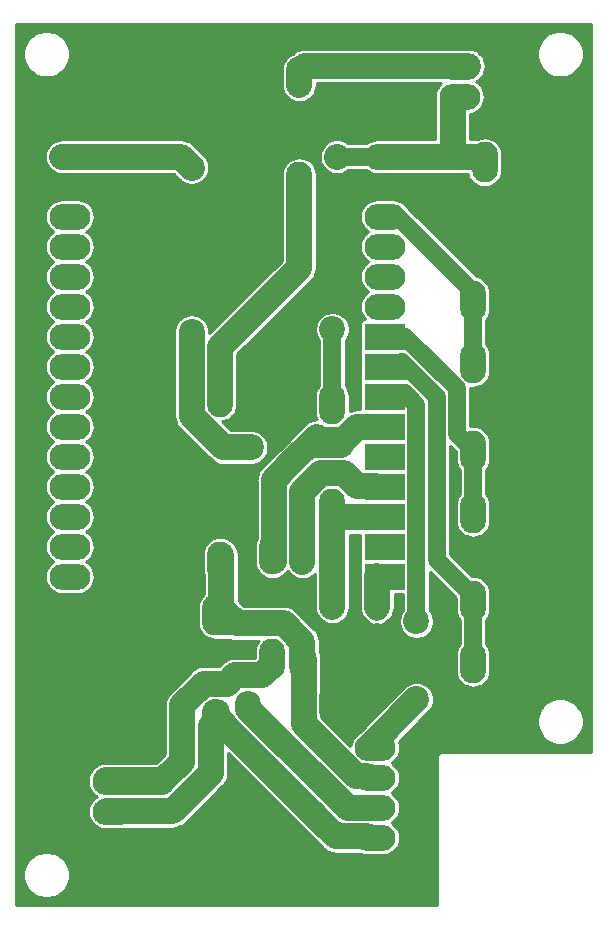
<source format=gbr>
%TF.GenerationSoftware,KiCad,Pcbnew,(5.1.6)-1*%
%TF.CreationDate,2024-10-21T11:16:37-05:00*%
%TF.ProjectId,board3,626f6172-6433-42e6-9b69-6361645f7063,rev?*%
%TF.SameCoordinates,PX3473bc0PY7270e00*%
%TF.FileFunction,Copper,L2,Bot*%
%TF.FilePolarity,Positive*%
%FSLAX46Y46*%
G04 Gerber Fmt 4.6, Leading zero omitted, Abs format (unit mm)*
G04 Created by KiCad (PCBNEW (5.1.6)-1) date 2024-10-21 11:16:37*
%MOMM*%
%LPD*%
G01*
G04 APERTURE LIST*
%TA.AperFunction,ComponentPad*%
%ADD10O,2.200000X3.470000*%
%TD*%
%TA.AperFunction,ComponentPad*%
%ADD11O,3.470000X2.200000*%
%TD*%
%TA.AperFunction,ComponentPad*%
%ADD12R,3.470000X2.200000*%
%TD*%
%TA.AperFunction,ComponentPad*%
%ADD13O,1.900000X3.200000*%
%TD*%
%TA.AperFunction,ComponentPad*%
%ADD14C,2.200000*%
%TD*%
%TA.AperFunction,ViaPad*%
%ADD15C,2.200000*%
%TD*%
%TA.AperFunction,Conductor*%
%ADD16C,2.200000*%
%TD*%
%TA.AperFunction,Conductor*%
%ADD17C,1.500000*%
%TD*%
%TA.AperFunction,Conductor*%
%ADD18C,0.250000*%
%TD*%
G04 APERTURE END LIST*
D10*
%TO.P,C1,1*%
%TO.N,+5V*%
X40100000Y63335000D03*
%TO.P,C1,2*%
%TO.N,GND*%
X40100000Y58365000D03*
%TD*%
%TO.P,D1,1*%
%TO.N,Net-(D1-Pad1)*%
X24400000Y70535000D03*
%TO.P,D1,2*%
%TO.N,Net-(D1-Pad2)*%
X24400000Y61645000D03*
%TD*%
D11*
%TO.P,J1,1*%
%TO.N,Net-(D1-Pad1)*%
X37995000Y71430000D03*
%TO.P,J1,2*%
%TO.N,+5V*%
X37995000Y68890000D03*
%TD*%
D10*
%TO.P,R1,1*%
%TO.N,S_12V*%
X24660000Y30155000D03*
%TO.P,R1,2*%
%TO.N,+12V*%
X24660000Y21265000D03*
%TD*%
%TO.P,R2,1*%
%TO.N,S_5V*%
X27200000Y33965000D03*
%TO.P,R2,2*%
%TO.N,+5V*%
X27200000Y42855000D03*
%TD*%
%TO.P,R3,1*%
%TO.N,GND*%
X24660000Y42855000D03*
%TO.P,R3,2*%
%TO.N,S_12V*%
X24660000Y33965000D03*
%TD*%
%TO.P,R4,2*%
%TO.N,S_5V*%
X27200000Y26345000D03*
%TO.P,R4,1*%
%TO.N,GND*%
X27200000Y17455000D03*
%TD*%
%TO.P,SW1,2*%
%TO.N,BUTTON1*%
X39110000Y26195000D03*
%TO.P,SW1,1*%
%TO.N,GND*%
X43610000Y26195000D03*
%TO.P,SW1,2*%
%TO.N,BUTTON1*%
X39110000Y20965000D03*
%TO.P,SW1,1*%
%TO.N,GND*%
X43610000Y20965000D03*
%TD*%
%TO.P,SW2,1*%
%TO.N,GND*%
X43610000Y33665000D03*
%TO.P,SW2,2*%
%TO.N,BUTTON2*%
X39110000Y33665000D03*
%TO.P,SW2,1*%
%TO.N,GND*%
X43610000Y38895000D03*
%TO.P,SW2,2*%
%TO.N,BUTTON2*%
X39110000Y38895000D03*
%TD*%
%TO.P,SW3,2*%
%TO.N,BUTTON3*%
X39110000Y51595000D03*
%TO.P,SW3,1*%
%TO.N,GND*%
X43610000Y51595000D03*
%TO.P,SW3,2*%
%TO.N,BUTTON3*%
X39110000Y46365000D03*
%TO.P,SW3,1*%
%TO.N,GND*%
X43610000Y46365000D03*
%TD*%
D11*
%TO.P,U1,1*%
%TO.N,+5V*%
X31645000Y63810000D03*
%TO.P,U1,2*%
%TO.N,GND*%
X31645000Y61270000D03*
%TO.P,U1,3*%
%TO.N,BUTTON3*%
X31645000Y58730000D03*
%TO.P,U1,4*%
%TO.N,Net-(U1-Pad4)*%
X31645000Y56190000D03*
%TO.P,U1,5*%
%TO.N,Net-(U1-Pad5)*%
X31645000Y53650000D03*
%TO.P,U1,6*%
%TO.N,Net-(U1-Pad6)*%
X31645000Y51110000D03*
D12*
%TO.P,U1,7*%
%TO.N,BUTTON2*%
X31645000Y48570000D03*
%TO.P,U1,8*%
%TO.N,BUTTON1*%
X31645000Y46030000D03*
%TO.P,U1,9*%
%TO.N,ONE_WIRE*%
X31645000Y43490000D03*
%TO.P,U1,10*%
%TO.N,RELAY*%
X31645000Y40950000D03*
%TO.P,U1,11*%
%TO.N,Net-(U1-Pad11)*%
X31645000Y38410000D03*
%TO.P,U1,12*%
%TO.N,S_12V*%
X31645000Y35870000D03*
%TO.P,U1,13*%
%TO.N,S_5V*%
X31645000Y33330000D03*
%TO.P,U1,14*%
%TO.N,Net-(U1-Pad14)*%
X31645000Y30790000D03*
%TO.P,U1,15*%
%TO.N,Net-(C2-Pad1)*%
X31645000Y28250000D03*
D11*
%TO.P,U1,16*%
%TO.N,Net-(U1-Pad16)*%
X4975000Y28250000D03*
%TO.P,U1,17*%
%TO.N,SCL*%
X4975000Y30790000D03*
%TO.P,U1,18*%
%TO.N,Net-(U1-Pad18)*%
X4975000Y33330000D03*
%TO.P,U1,19*%
%TO.N,Net-(U1-Pad19)*%
X4975000Y35870000D03*
%TO.P,U1,20*%
%TO.N,SDA*%
X4975000Y38410000D03*
%TO.P,U1,21*%
%TO.N,Net-(U1-Pad21)*%
X4975000Y40950000D03*
%TO.P,U1,22*%
%TO.N,Net-(U1-Pad22)*%
X4975000Y43490000D03*
%TO.P,U1,23*%
%TO.N,Net-(U1-Pad23)*%
X4975000Y46030000D03*
%TO.P,U1,24*%
%TO.N,Net-(U1-Pad24)*%
X4975000Y48570000D03*
%TO.P,U1,25*%
%TO.N,Net-(U1-Pad25)*%
X4975000Y51110000D03*
%TO.P,U1,26*%
%TO.N,Net-(U1-Pad26)*%
X4975000Y53650000D03*
%TO.P,U1,27*%
%TO.N,ONBOARD_LED*%
X4975000Y56190000D03*
%TO.P,U1,28*%
%TO.N,Net-(U1-Pad28)*%
X4975000Y58730000D03*
%TO.P,U1,29*%
%TO.N,GND*%
X4975000Y61270000D03*
%TO.P,U1,30*%
%TO.N,+3V3*%
X4975000Y63810000D03*
%TD*%
D13*
%TO.P,C2,1*%
%TO.N,Net-(C2-Pad1)*%
X31000000Y26150000D03*
%TO.P,C2,2*%
%TO.N,GND*%
X31000000Y22750000D03*
%TD*%
D10*
%TO.P,D2,1*%
%TO.N,+12V*%
X17300000Y25035000D03*
%TO.P,D2,2*%
%TO.N,FAN-*%
X17300000Y16145000D03*
%TD*%
%TO.P,M1,1*%
%TO.N,GND*%
X8200000Y29535000D03*
%TO.P,M1,2*%
X8200000Y43505000D03*
%TO.P,M1,3*%
%TO.N,Net-(D1-Pad2)*%
X17700000Y43505000D03*
%TO.P,M1,4*%
%TO.N,+12V*%
X17700000Y29535000D03*
%TD*%
%TO.P,R5,1*%
%TO.N,RELAY*%
X22120000Y30155000D03*
%TO.P,R5,2*%
%TO.N,Net-(Q1-Pad1)*%
X22120000Y21265000D03*
%TD*%
D14*
%TO.P,R6,1*%
%TO.N,Net-(Q1-Pad1)*%
X14500000Y16800000D03*
D11*
%TO.P,R6,2*%
%TO.N,GND*%
X6245000Y16800000D03*
%TD*%
%TO.P,J2,1*%
%TO.N,GND*%
X30835000Y3600000D03*
%TO.P,J2,2*%
%TO.N,FAN-*%
X30835000Y6140000D03*
%TO.P,J2,3*%
%TO.N,+3V3*%
X30835000Y8680000D03*
%TO.P,J2,4*%
%TO.N,+12V*%
X30835000Y11220000D03*
%TO.P,J2,5*%
%TO.N,ONE_WIRE*%
X30835000Y13760000D03*
%TD*%
%TO.P,Q1,1*%
%TO.N,Net-(Q1-Pad1)*%
X8635000Y10900000D03*
%TO.P,Q1,2*%
%TO.N,FAN-*%
X8635000Y8360000D03*
%TO.P,Q1,3*%
%TO.N,GND*%
X8635000Y5820000D03*
%TD*%
D15*
%TO.N,+5V*%
X27200000Y49200000D03*
X27610000Y63810000D03*
%TO.N,ONE_WIRE*%
X34330010Y17869990D03*
X34330010Y24469990D03*
%TO.N,+3V3*%
X15299990Y62900010D03*
X15299990Y49000010D03*
X20300000Y39200000D03*
X20100000Y17500000D03*
%TD*%
D16*
%TO.N,+5V*%
X38630000Y68890000D02*
X37510000Y68890000D01*
X37390000Y68770000D02*
X37390000Y63810000D01*
X37510000Y68890000D02*
X37390000Y68770000D01*
X32280000Y63810000D02*
X37390000Y63810000D01*
X37390000Y63810000D02*
X39910000Y63810000D01*
D17*
X27200000Y42220000D02*
X27200000Y49200000D01*
X32280000Y63810000D02*
X27610000Y63810000D01*
X27200000Y49200000D02*
X27200000Y49200000D01*
X27610000Y63810000D02*
X27610000Y63810000D01*
D16*
%TO.N,Net-(C2-Pad1)*%
X31000000Y25700000D02*
X31000000Y28300000D01*
%TO.N,Net-(D1-Pad1)*%
X24400000Y69900000D02*
X24400000Y71000000D01*
X24400000Y71000000D02*
X24900000Y71500000D01*
X24900000Y71500000D02*
X38700000Y71500000D01*
%TO.N,Net-(D1-Pad2)*%
X24400000Y54400000D02*
X17700000Y47700000D01*
X24400000Y62280000D02*
X24400000Y54400000D01*
X17700000Y44140000D02*
X17700000Y47700000D01*
%TO.N,+12V*%
X24660000Y21900000D02*
X24660000Y22754126D01*
X23114116Y24300010D02*
X19100010Y24300010D01*
X24660000Y22754126D02*
X23114116Y24300010D01*
X19100010Y24300010D02*
X17800000Y25600020D01*
X17800000Y25600020D02*
X17800000Y30100000D01*
X19000020Y24400000D02*
X19100010Y24300010D01*
X17300000Y24400000D02*
X19000020Y24400000D01*
X29205884Y11359990D02*
X24800000Y15765874D01*
X30200000Y11220000D02*
X30200000Y11300000D01*
X30140010Y11359990D02*
X29205884Y11359990D01*
X30200000Y11300000D02*
X30140010Y11359990D01*
X24800000Y15765874D02*
X24800000Y21300000D01*
%TO.N,S_12V*%
X24660000Y29520000D02*
X24660000Y34460000D01*
X26205884Y37000010D02*
X28194116Y37000010D01*
X24660000Y34600000D02*
X24660000Y35454126D01*
X24660000Y35454126D02*
X26205884Y37000010D01*
X28194116Y37000010D02*
X29294126Y35900000D01*
X29294126Y35900000D02*
X30900000Y35900000D01*
%TO.N,S_5V*%
X27200000Y25710000D02*
X27200000Y34600000D01*
X32170000Y33330000D02*
X32140000Y33300000D01*
X32280000Y33330000D02*
X32170000Y33330000D01*
X32140000Y33300000D02*
X27400000Y33300000D01*
D17*
%TO.N,RELAY*%
X30800000Y40900000D02*
X30600849Y40900000D01*
X22120000Y31520000D02*
X22609990Y32009990D01*
X22120000Y29520000D02*
X22120000Y31520000D01*
D16*
X32280000Y40950000D02*
X29324126Y40950000D01*
X28194116Y39819990D02*
X26205884Y39819990D01*
X22259990Y35454116D02*
X22259990Y29600000D01*
X29324126Y40950000D02*
X28194116Y39819990D01*
X22259990Y36448242D02*
X22259990Y35454116D01*
X26205884Y39819990D02*
X25930000Y40095874D01*
X25930000Y40095874D02*
X25907622Y40095874D01*
X23905874Y38094126D02*
X25211768Y39400020D01*
X23905874Y38094126D02*
X22259990Y36448242D01*
X25907622Y40095874D02*
X23905874Y38094126D01*
X25211768Y39400020D02*
X27900000Y39400020D01*
D17*
%TO.N,BUTTON1*%
X39110000Y20330000D02*
X39110000Y26410000D01*
X32280000Y46030000D02*
X32280000Y45820000D01*
X36030020Y42639131D02*
X36030020Y29669980D01*
X36030020Y29669980D02*
X39200000Y26500000D01*
X36030020Y42639131D02*
X36030020Y43506652D01*
X33836672Y45700000D02*
X32900000Y45700000D01*
X34070416Y45466256D02*
X34033744Y45466256D01*
X34468336Y45068336D02*
X34070416Y45466256D01*
X34468336Y45068336D02*
X33836672Y45700000D01*
X36030020Y43506652D02*
X34468336Y45068336D01*
X34033744Y45466256D02*
X33100000Y46400000D01*
%TO.N,BUTTON2*%
X39110000Y33030000D02*
X39110000Y39590000D01*
X37730030Y44210819D02*
X37730030Y43343298D01*
X32280000Y48570000D02*
X33370849Y48570000D01*
X33370849Y48570000D02*
X37730030Y44210819D01*
X37730030Y43343298D02*
X37730030Y40369970D01*
X37730030Y40369970D02*
X39100000Y39000000D01*
%TO.N,BUTTON3*%
X39110000Y45730000D02*
X39110000Y51790000D01*
X32280000Y58730000D02*
X32770000Y58730000D01*
X32770000Y58730000D02*
X39300000Y52200000D01*
%TO.N,ONE_WIRE*%
X32280000Y43490000D02*
X32639151Y43490000D01*
X34330010Y41799141D02*
X34330010Y24469990D01*
X34330010Y41799141D02*
X34330010Y42802485D01*
X34330010Y42802485D02*
X33366248Y43766248D01*
D16*
X34330010Y17869990D02*
X30500000Y14039980D01*
X30500000Y14039980D02*
X30500000Y13800000D01*
D17*
%TO.N,+3V3*%
X4340000Y63810000D02*
X5969151Y63810000D01*
D16*
X15299990Y62900010D02*
X15299990Y62900010D01*
X15299990Y42300000D02*
X15299990Y49000010D01*
X4340000Y63810000D02*
X14390000Y63810000D01*
X15299990Y41875884D02*
X17975874Y39200000D01*
X15299990Y42300000D02*
X15299990Y41875884D01*
X18175874Y39200000D02*
X20100000Y39200000D01*
X15299990Y62900010D02*
X14390000Y63810000D01*
X19900000Y39200000D02*
X19900000Y39200000D01*
X20100000Y17500000D02*
X20100000Y17500000D01*
X20100000Y17071748D02*
X20100000Y17500000D01*
X28491748Y8680000D02*
X20100000Y17071748D01*
X30200000Y8680000D02*
X28491748Y8680000D01*
%TO.N,FAN-*%
X30120010Y6279990D02*
X27497631Y6279991D01*
X30200000Y6140000D02*
X30200000Y6200000D01*
X30200000Y6200000D02*
X30120010Y6279990D01*
X26338811Y7438811D02*
X25477622Y8300000D01*
X26338811Y7438811D02*
X19488811Y14288811D01*
X27497631Y6279991D02*
X26338811Y7438811D01*
X19488811Y14288811D02*
X17400000Y16377622D01*
X17400000Y16377622D02*
X17400000Y16800000D01*
X17300000Y16000000D02*
X16900010Y15600010D01*
X17300000Y16780000D02*
X17300000Y16000000D01*
X16900009Y11605883D02*
X13794116Y8499990D01*
X16900010Y15600010D02*
X16900009Y11605883D01*
X13600000Y8400000D02*
X8105874Y8400000D01*
%TO.N,Net-(Q1-Pad1)*%
X14500000Y12600000D02*
X12900000Y11000000D01*
X12900000Y11000000D02*
X8000000Y11000000D01*
X12800000Y10900000D02*
X12900000Y11000000D01*
X8000000Y10900000D02*
X12800000Y10900000D01*
X21252001Y19900001D02*
X18947999Y19900001D01*
X22120000Y21900000D02*
X22120000Y20768000D01*
X22120000Y20768000D02*
X21252001Y19900001D01*
X16325884Y19200010D02*
X14500000Y17374126D01*
X14500000Y17374126D02*
X14500000Y12600000D01*
X18248008Y19200010D02*
X16325884Y19200010D01*
X18947999Y19900001D02*
X18248008Y19200010D01*
%TD*%
D18*
%TO.N,GND*%
G36*
X49075000Y13425000D02*
G01*
X36520874Y13425000D01*
X36500000Y13427056D01*
X36479126Y13425000D01*
X36416686Y13418850D01*
X36336573Y13394548D01*
X36262740Y13355084D01*
X36198026Y13301974D01*
X36144916Y13237260D01*
X36105452Y13163427D01*
X36081150Y13083314D01*
X36072944Y13000000D01*
X36075000Y12979127D01*
X36075001Y425000D01*
X424943Y425000D01*
X424577Y3194521D01*
X1025000Y3194521D01*
X1025000Y2805479D01*
X1100898Y2423914D01*
X1249778Y2064487D01*
X1465917Y1741011D01*
X1741011Y1465917D01*
X2064487Y1249778D01*
X2423914Y1100898D01*
X2805479Y1025000D01*
X3194521Y1025000D01*
X3576086Y1100898D01*
X3935513Y1249778D01*
X4258989Y1465917D01*
X4534083Y1741011D01*
X4750222Y2064487D01*
X4899102Y2423914D01*
X4975000Y2805479D01*
X4975000Y3194521D01*
X4899102Y3576086D01*
X4750222Y3935513D01*
X4534083Y4258989D01*
X4258989Y4534083D01*
X3935513Y4750222D01*
X3576086Y4899102D01*
X3194521Y4975000D01*
X2805479Y4975000D01*
X2423914Y4899102D01*
X2064487Y4750222D01*
X1741011Y4534083D01*
X1465917Y4258989D01*
X1249778Y3935513D01*
X1100898Y3576086D01*
X1025000Y3194521D01*
X424577Y3194521D01*
X423544Y11000000D01*
X6517864Y11000000D01*
X6522789Y10950000D01*
X6517864Y10900000D01*
X6546343Y10610850D01*
X6630685Y10332811D01*
X6767649Y10076569D01*
X6951972Y9851972D01*
X7176569Y9667649D01*
X7247005Y9630000D01*
X7176569Y9592351D01*
X6951972Y9408028D01*
X6767649Y9183431D01*
X6630685Y8927189D01*
X6546343Y8649150D01*
X6517864Y8360000D01*
X6546343Y8070850D01*
X6630685Y7792811D01*
X6767649Y7536569D01*
X6951972Y7311972D01*
X7176569Y7127649D01*
X7432811Y6990685D01*
X7710850Y6906343D01*
X7927548Y6885000D01*
X9342452Y6885000D01*
X9559150Y6906343D01*
X9620654Y6925000D01*
X13672452Y6925000D01*
X13889150Y6946343D01*
X14167189Y7030685D01*
X14345010Y7125732D01*
X14361304Y7130675D01*
X14617546Y7267640D01*
X14785867Y7405777D01*
X17891767Y10511676D01*
X17948036Y10557855D01*
X17994215Y10614124D01*
X17994222Y10614131D01*
X18132359Y10782452D01*
X18269324Y11038694D01*
X18353666Y11316732D01*
X18382144Y11605882D01*
X18375008Y11678337D01*
X18375009Y13316648D01*
X25347059Y6344598D01*
X25347064Y6344594D01*
X26403423Y5288234D01*
X26449603Y5231964D01*
X26505872Y5185785D01*
X26505879Y5185778D01*
X26674200Y5047641D01*
X26930442Y4910676D01*
X27208480Y4826334D01*
X27497631Y4797856D01*
X27570085Y4804992D01*
X29568630Y4804990D01*
X29632811Y4770685D01*
X29910850Y4686343D01*
X30200000Y4657864D01*
X30272452Y4665000D01*
X31542452Y4665000D01*
X31759150Y4686343D01*
X32037189Y4770685D01*
X32293431Y4907649D01*
X32518028Y5091972D01*
X32702351Y5316569D01*
X32839315Y5572811D01*
X32923657Y5850850D01*
X32952136Y6140000D01*
X32923657Y6429150D01*
X32839315Y6707189D01*
X32702351Y6963431D01*
X32518028Y7188028D01*
X32293431Y7372351D01*
X32222995Y7410000D01*
X32293431Y7447649D01*
X32518028Y7631972D01*
X32702351Y7856569D01*
X32839315Y8112811D01*
X32923657Y8390850D01*
X32952136Y8680000D01*
X32923657Y8969150D01*
X32839315Y9247189D01*
X32702351Y9503431D01*
X32518028Y9728028D01*
X32293431Y9912351D01*
X32222995Y9950000D01*
X32293431Y9987649D01*
X32518028Y10171972D01*
X32702351Y10396569D01*
X32839315Y10652811D01*
X32923657Y10930850D01*
X32952136Y11220000D01*
X32923657Y11509150D01*
X32839315Y11787189D01*
X32702351Y12043431D01*
X32518028Y12268028D01*
X32293431Y12452351D01*
X32222995Y12490000D01*
X32293431Y12527649D01*
X32518028Y12711972D01*
X32702351Y12936569D01*
X32839315Y13192811D01*
X32923657Y13470850D01*
X32952136Y13760000D01*
X32923657Y14049150D01*
X32847195Y14301211D01*
X34740505Y16194521D01*
X44525000Y16194521D01*
X44525000Y15805479D01*
X44600898Y15423914D01*
X44749778Y15064487D01*
X44965917Y14741011D01*
X45241011Y14465917D01*
X45564487Y14249778D01*
X45923914Y14100898D01*
X46305479Y14025000D01*
X46694521Y14025000D01*
X47076086Y14100898D01*
X47435513Y14249778D01*
X47758989Y14465917D01*
X48034083Y14741011D01*
X48250222Y15064487D01*
X48399102Y15423914D01*
X48475000Y15805479D01*
X48475000Y16194521D01*
X48399102Y16576086D01*
X48250222Y16935513D01*
X48034083Y17258989D01*
X47758989Y17534083D01*
X47435513Y17750222D01*
X47076086Y17899102D01*
X46694521Y17975000D01*
X46305479Y17975000D01*
X45923914Y17899102D01*
X45564487Y17750222D01*
X45241011Y17534083D01*
X44965917Y17258989D01*
X44749778Y16935513D01*
X44600898Y16576086D01*
X44525000Y16194521D01*
X34740505Y16194521D01*
X35424223Y16878238D01*
X35475717Y16929732D01*
X35516178Y16990285D01*
X35562360Y17046559D01*
X35596676Y17110760D01*
X35637138Y17171315D01*
X35665008Y17238598D01*
X35699325Y17302801D01*
X35720457Y17372465D01*
X35748327Y17439748D01*
X35762535Y17511175D01*
X35783667Y17580839D01*
X35790802Y17653288D01*
X35805010Y17724715D01*
X35805010Y17797544D01*
X35812145Y17869989D01*
X35805010Y17942434D01*
X35805010Y18015265D01*
X35790802Y18086693D01*
X35783667Y18159140D01*
X35762535Y18228802D01*
X35748327Y18300232D01*
X35720456Y18367518D01*
X35699325Y18437178D01*
X35665010Y18501377D01*
X35637138Y18568665D01*
X35596674Y18629224D01*
X35562360Y18693420D01*
X35516181Y18749690D01*
X35475717Y18810248D01*
X35424219Y18861746D01*
X35378038Y18918018D01*
X35321766Y18964199D01*
X35270268Y19015697D01*
X35209710Y19056161D01*
X35153440Y19102340D01*
X35089244Y19136654D01*
X35028685Y19177118D01*
X34961397Y19204990D01*
X34897198Y19239305D01*
X34827538Y19260436D01*
X34760252Y19288307D01*
X34688822Y19302515D01*
X34619160Y19323647D01*
X34546713Y19330782D01*
X34475285Y19344990D01*
X34402454Y19344990D01*
X34330009Y19352125D01*
X34257564Y19344990D01*
X34184735Y19344990D01*
X34113308Y19330782D01*
X34040859Y19323647D01*
X33971195Y19302515D01*
X33899768Y19288307D01*
X33832485Y19260437D01*
X33762821Y19239305D01*
X33698618Y19204988D01*
X33631335Y19177118D01*
X33570780Y19136656D01*
X33506579Y19102340D01*
X33450305Y19056158D01*
X33389752Y19015697D01*
X33338258Y18964203D01*
X29508248Y15134192D01*
X29451972Y15088007D01*
X29405788Y15031732D01*
X29405787Y15031731D01*
X29386516Y15008249D01*
X29367073Y14984558D01*
X29151972Y14808028D01*
X28967649Y14583431D01*
X28830685Y14327189D01*
X28746343Y14049150D01*
X28733463Y13918376D01*
X26275000Y16376838D01*
X26275000Y21372452D01*
X26253657Y21589150D01*
X26169315Y21867189D01*
X26135000Y21931388D01*
X26135000Y22681682D01*
X26142135Y22754127D01*
X26135000Y22826572D01*
X26135000Y22826577D01*
X26113657Y23043276D01*
X26086637Y23132351D01*
X26029315Y23321315D01*
X26019570Y23339547D01*
X25892351Y23577557D01*
X25779897Y23714582D01*
X25754213Y23745878D01*
X25754212Y23745879D01*
X25708028Y23802154D01*
X25651753Y23848338D01*
X24208332Y25291758D01*
X24162144Y25348038D01*
X23937547Y25532361D01*
X23681305Y25669325D01*
X23403266Y25753667D01*
X23186568Y25775010D01*
X23186561Y25775010D01*
X23114116Y25782145D01*
X23041671Y25775010D01*
X19710975Y25775010D01*
X19275000Y26210984D01*
X19275000Y30172452D01*
X19253657Y30389150D01*
X19169315Y30667189D01*
X19064945Y30862452D01*
X20645000Y30862452D01*
X20645000Y29447549D01*
X20666343Y29230851D01*
X20750685Y28952812D01*
X20887649Y28696570D01*
X21071972Y28471973D01*
X21296569Y28287649D01*
X21552811Y28150685D01*
X21830850Y28066343D01*
X22120000Y28037864D01*
X22409149Y28066343D01*
X22687188Y28150685D01*
X22943430Y28287649D01*
X22961508Y28302485D01*
X23083421Y28367649D01*
X23308018Y28551972D01*
X23427270Y28697280D01*
X23427649Y28696570D01*
X23611972Y28471973D01*
X23836569Y28287649D01*
X24092811Y28150685D01*
X24370850Y28066343D01*
X24660000Y28037864D01*
X24949149Y28066343D01*
X25227188Y28150685D01*
X25483430Y28287649D01*
X25708027Y28471972D01*
X25725000Y28492654D01*
X25725000Y25637548D01*
X25746343Y25420850D01*
X25830685Y25142811D01*
X25889470Y25032832D01*
X25967649Y24886570D01*
X26151972Y24661973D01*
X26376569Y24477649D01*
X26632811Y24340685D01*
X26910850Y24256343D01*
X27200000Y24227864D01*
X27489150Y24256343D01*
X27767189Y24340685D01*
X28023431Y24477649D01*
X28248028Y24661972D01*
X28432351Y24886569D01*
X28569315Y25142811D01*
X28653657Y25420850D01*
X28675000Y25637548D01*
X28675000Y31825000D01*
X29533186Y31825000D01*
X29533186Y29690000D01*
X29540426Y29616487D01*
X29561869Y29545800D01*
X29575659Y29520000D01*
X29561869Y29494200D01*
X29540426Y29423513D01*
X29533186Y29350000D01*
X29533186Y28455555D01*
X29525001Y28372452D01*
X29525000Y25627549D01*
X29546343Y25410851D01*
X29630685Y25132812D01*
X29767649Y24876570D01*
X29951972Y24651973D01*
X30043579Y24576792D01*
X30058550Y24558550D01*
X30260308Y24392972D01*
X30490491Y24269937D01*
X30740255Y24194172D01*
X31000000Y24168589D01*
X31259744Y24194172D01*
X31509508Y24269937D01*
X31739691Y24392972D01*
X31941450Y24558550D01*
X31956422Y24576793D01*
X32048027Y24651972D01*
X32232351Y24876569D01*
X32369315Y25132811D01*
X32453657Y25410850D01*
X32475000Y25627548D01*
X32475000Y26773186D01*
X33205011Y26773186D01*
X33205011Y25430956D01*
X33184303Y25410248D01*
X33022882Y25168665D01*
X32911693Y24900232D01*
X32855010Y24615265D01*
X32855010Y24324715D01*
X32911693Y24039748D01*
X33022882Y23771315D01*
X33184303Y23529732D01*
X33389752Y23324283D01*
X33631335Y23162862D01*
X33899768Y23051673D01*
X34184735Y22994990D01*
X34475285Y22994990D01*
X34760252Y23051673D01*
X35028685Y23162862D01*
X35270268Y23324283D01*
X35475717Y23529732D01*
X35637138Y23771315D01*
X35748327Y24039748D01*
X35805010Y24324715D01*
X35805010Y24615265D01*
X35748327Y24900232D01*
X35637138Y25168665D01*
X35475717Y25410248D01*
X35455010Y25430955D01*
X35455010Y28654001D01*
X37635000Y26474010D01*
X37635000Y25487548D01*
X37656343Y25270850D01*
X37740685Y24992811D01*
X37877650Y24736569D01*
X37985001Y24605763D01*
X37985000Y22554237D01*
X37877649Y22423430D01*
X37740685Y22167188D01*
X37656343Y21889149D01*
X37635000Y21672451D01*
X37635000Y20257548D01*
X37656343Y20040850D01*
X37740685Y19762811D01*
X37877650Y19506569D01*
X38061973Y19281972D01*
X38286570Y19097649D01*
X38542812Y18960685D01*
X38820851Y18876343D01*
X39110000Y18847864D01*
X39399150Y18876343D01*
X39677189Y18960685D01*
X39933431Y19097649D01*
X40158028Y19281972D01*
X40342351Y19506569D01*
X40479315Y19762811D01*
X40563657Y20040850D01*
X40585000Y20257548D01*
X40585000Y21672452D01*
X40563657Y21889150D01*
X40479315Y22167189D01*
X40342351Y22423431D01*
X40235000Y22554237D01*
X40235000Y24605762D01*
X40342351Y24736569D01*
X40479315Y24992811D01*
X40563657Y25270850D01*
X40585000Y25487548D01*
X40585000Y26902452D01*
X40563657Y27119150D01*
X40479315Y27397189D01*
X40342351Y27653431D01*
X40158027Y27878028D01*
X39933430Y28062351D01*
X39677188Y28199315D01*
X39399149Y28283657D01*
X39110000Y28312136D01*
X38990612Y28300377D01*
X37155020Y30135969D01*
X37155020Y39353991D01*
X37635000Y38874010D01*
X37635000Y38187548D01*
X37656343Y37970850D01*
X37740685Y37692811D01*
X37877650Y37436569D01*
X37985001Y37305763D01*
X37985000Y35254237D01*
X37877649Y35123430D01*
X37740685Y34867188D01*
X37656343Y34589149D01*
X37635000Y34372451D01*
X37635000Y32957548D01*
X37656343Y32740850D01*
X37740685Y32462811D01*
X37877650Y32206569D01*
X38061973Y31981972D01*
X38286570Y31797649D01*
X38542812Y31660685D01*
X38820851Y31576343D01*
X39110000Y31547864D01*
X39399150Y31576343D01*
X39677189Y31660685D01*
X39933431Y31797649D01*
X40158028Y31981972D01*
X40342351Y32206569D01*
X40479315Y32462811D01*
X40563657Y32740850D01*
X40585000Y32957548D01*
X40585000Y34372452D01*
X40563657Y34589150D01*
X40479315Y34867189D01*
X40342351Y35123431D01*
X40235000Y35254237D01*
X40235000Y37305762D01*
X40342351Y37436569D01*
X40479315Y37692811D01*
X40563657Y37970850D01*
X40585000Y38187548D01*
X40585000Y39602452D01*
X40563657Y39819150D01*
X40479315Y40097189D01*
X40342351Y40353431D01*
X40158027Y40578028D01*
X39933430Y40762351D01*
X39677188Y40899315D01*
X39399149Y40983657D01*
X39110000Y41012136D01*
X38855030Y40987023D01*
X38855030Y44155558D01*
X38860473Y44210819D01*
X38854344Y44273044D01*
X39110000Y44247864D01*
X39399150Y44276343D01*
X39677189Y44360685D01*
X39933431Y44497649D01*
X40158028Y44681972D01*
X40342351Y44906569D01*
X40479315Y45162811D01*
X40563657Y45440850D01*
X40585000Y45657548D01*
X40585000Y47072452D01*
X40563657Y47289150D01*
X40479315Y47567189D01*
X40342351Y47823431D01*
X40235000Y47954237D01*
X40235000Y50005762D01*
X40342351Y50136569D01*
X40479315Y50392811D01*
X40563657Y50670850D01*
X40585000Y50887548D01*
X40585000Y52302452D01*
X40563657Y52519150D01*
X40479315Y52797189D01*
X40342351Y53053431D01*
X40158027Y53278028D01*
X39933430Y53462351D01*
X39677188Y53599315D01*
X39410896Y53680093D01*
X33604578Y59486411D01*
X33569344Y59529344D01*
X33455326Y59622916D01*
X33328028Y59778028D01*
X33103431Y59962351D01*
X32847189Y60099315D01*
X32569150Y60183657D01*
X32352452Y60205000D01*
X30937548Y60205000D01*
X30720850Y60183657D01*
X30442811Y60099315D01*
X30186569Y59962351D01*
X29961972Y59778028D01*
X29777649Y59553431D01*
X29640685Y59297189D01*
X29556343Y59019150D01*
X29527864Y58730000D01*
X29556343Y58440850D01*
X29640685Y58162811D01*
X29777649Y57906569D01*
X29961972Y57681972D01*
X30186569Y57497649D01*
X30257005Y57460000D01*
X30186569Y57422351D01*
X29961972Y57238028D01*
X29777649Y57013431D01*
X29640685Y56757189D01*
X29556343Y56479150D01*
X29527864Y56190000D01*
X29556343Y55900850D01*
X29640685Y55622811D01*
X29777649Y55366569D01*
X29961972Y55141972D01*
X30186569Y54957649D01*
X30257005Y54920000D01*
X30186569Y54882351D01*
X29961972Y54698028D01*
X29777649Y54473431D01*
X29640685Y54217189D01*
X29556343Y53939150D01*
X29527864Y53650000D01*
X29556343Y53360850D01*
X29640685Y53082811D01*
X29777649Y52826569D01*
X29961972Y52601972D01*
X30186569Y52417649D01*
X30257005Y52380000D01*
X30186569Y52342351D01*
X29961972Y52158028D01*
X29777649Y51933431D01*
X29640685Y51677189D01*
X29556343Y51399150D01*
X29527864Y51110000D01*
X29556343Y50820850D01*
X29640685Y50542811D01*
X29777649Y50286569D01*
X29961972Y50061972D01*
X29980442Y50046814D01*
X29910000Y50046814D01*
X29836487Y50039574D01*
X29765800Y50018131D01*
X29700653Y49983309D01*
X29643552Y49936448D01*
X29596691Y49879347D01*
X29561869Y49814200D01*
X29540426Y49743513D01*
X29533186Y49670000D01*
X29533186Y47470000D01*
X29540426Y47396487D01*
X29561869Y47325800D01*
X29575659Y47300000D01*
X29561869Y47274200D01*
X29540426Y47203513D01*
X29533186Y47130000D01*
X29533186Y44930000D01*
X29540426Y44856487D01*
X29561869Y44785800D01*
X29575659Y44760000D01*
X29561869Y44734200D01*
X29540426Y44663513D01*
X29533186Y44590000D01*
X29533186Y42425000D01*
X29396570Y42425000D01*
X29324125Y42432135D01*
X29251680Y42425000D01*
X29251674Y42425000D01*
X29065405Y42406654D01*
X29034975Y42403657D01*
X28961202Y42381278D01*
X28756937Y42319315D01*
X28675000Y42275519D01*
X28675000Y43562452D01*
X28653657Y43779150D01*
X28569315Y44057189D01*
X28432351Y44313431D01*
X28325000Y44444237D01*
X28325000Y48239035D01*
X28345707Y48259742D01*
X28507128Y48501325D01*
X28618317Y48769758D01*
X28675000Y49054725D01*
X28675000Y49345275D01*
X28618317Y49630242D01*
X28507128Y49898675D01*
X28345707Y50140258D01*
X28140258Y50345707D01*
X27898675Y50507128D01*
X27630242Y50618317D01*
X27345275Y50675000D01*
X27054725Y50675000D01*
X26769758Y50618317D01*
X26501325Y50507128D01*
X26259742Y50345707D01*
X26054293Y50140258D01*
X25892872Y49898675D01*
X25781683Y49630242D01*
X25725000Y49345275D01*
X25725000Y49054725D01*
X25781683Y48769758D01*
X25892872Y48501325D01*
X26054293Y48259742D01*
X26075001Y48239034D01*
X26075000Y44444237D01*
X25967649Y44313430D01*
X25830685Y44057188D01*
X25746343Y43779149D01*
X25725000Y43562451D01*
X25725000Y42147548D01*
X25746343Y41930850D01*
X25830685Y41652811D01*
X25872516Y41574552D01*
X25835176Y41570874D01*
X25835170Y41570874D01*
X25648901Y41552528D01*
X25618471Y41549531D01*
X25555435Y41530409D01*
X25340433Y41465189D01*
X25084191Y41328225D01*
X24859594Y41143902D01*
X24813410Y41087627D01*
X24220017Y40494233D01*
X24163740Y40448048D01*
X24117556Y40391773D01*
X23505099Y39779315D01*
X22914127Y39188343D01*
X22914122Y39188339D01*
X21268238Y37542454D01*
X21211962Y37496269D01*
X21027639Y37271672D01*
X20890675Y37015430D01*
X20806333Y36737391D01*
X20784990Y36520693D01*
X20784990Y36520687D01*
X20777855Y36448242D01*
X20784990Y36375797D01*
X20784990Y35526567D01*
X20784991Y31421370D01*
X20750685Y31357189D01*
X20666343Y31079150D01*
X20645000Y30862452D01*
X19064945Y30862452D01*
X19032351Y30923431D01*
X18848028Y31148028D01*
X18623431Y31332351D01*
X18581257Y31354894D01*
X18523430Y31402351D01*
X18267188Y31539315D01*
X17989149Y31623657D01*
X17700000Y31652136D01*
X17410850Y31623657D01*
X17132811Y31539315D01*
X16876569Y31402351D01*
X16651972Y31218027D01*
X16467649Y30993430D01*
X16330685Y30737188D01*
X16246343Y30459149D01*
X16225000Y30242451D01*
X16225000Y28827548D01*
X16246343Y28610850D01*
X16325001Y28351550D01*
X16325000Y26777960D01*
X16251973Y26718028D01*
X16067650Y26493431D01*
X15930685Y26237189D01*
X15846343Y25959150D01*
X15825000Y25742452D01*
X15825000Y24472452D01*
X15817864Y24400000D01*
X15846343Y24110850D01*
X15930685Y23832811D01*
X16067649Y23576569D01*
X16251972Y23351972D01*
X16373810Y23251982D01*
X16476569Y23167649D01*
X16732811Y23030685D01*
X17010850Y22946343D01*
X17300000Y22917864D01*
X17372452Y22925000D01*
X18551595Y22925000D01*
X18810860Y22846353D01*
X19027558Y22825010D01*
X19027564Y22825010D01*
X19100009Y22817875D01*
X19100010Y22817875D01*
X19172455Y22825010D01*
X20971014Y22825010D01*
X20935828Y22782136D01*
X20887650Y22723431D01*
X20750685Y22467189D01*
X20666343Y22189150D01*
X20645000Y21972452D01*
X20645000Y21378964D01*
X20641037Y21375001D01*
X19020444Y21375001D01*
X18947999Y21382136D01*
X18875554Y21375001D01*
X18875547Y21375001D01*
X18658849Y21353658D01*
X18380810Y21269316D01*
X18124568Y21132352D01*
X17899971Y20948029D01*
X17853783Y20891749D01*
X17637044Y20675010D01*
X16398329Y20675010D01*
X16325884Y20682145D01*
X16253439Y20675010D01*
X16253432Y20675010D01*
X16064265Y20656379D01*
X16036733Y20653667D01*
X15758695Y20569325D01*
X15502453Y20432361D01*
X15277856Y20248038D01*
X15231672Y20191763D01*
X13508248Y18468338D01*
X13451972Y18422153D01*
X13267649Y18197556D01*
X13170213Y18015265D01*
X13130685Y17941314D01*
X13062906Y17717875D01*
X13046343Y17663275D01*
X13025000Y17446577D01*
X13025000Y17446571D01*
X13017865Y17374126D01*
X13025000Y17301681D01*
X13025001Y13210966D01*
X12289036Y12475000D01*
X7927548Y12475000D01*
X7710850Y12453657D01*
X7432811Y12369315D01*
X7176569Y12232351D01*
X6951972Y12048028D01*
X6767649Y11823431D01*
X6630685Y11567189D01*
X6546343Y11289150D01*
X6517864Y11000000D01*
X423544Y11000000D01*
X417222Y58730000D01*
X2857864Y58730000D01*
X2886343Y58440850D01*
X2970685Y58162811D01*
X3107649Y57906569D01*
X3291972Y57681972D01*
X3516569Y57497649D01*
X3587005Y57460000D01*
X3516569Y57422351D01*
X3291972Y57238028D01*
X3107649Y57013431D01*
X2970685Y56757189D01*
X2886343Y56479150D01*
X2857864Y56190000D01*
X2886343Y55900850D01*
X2970685Y55622811D01*
X3107649Y55366569D01*
X3291972Y55141972D01*
X3516569Y54957649D01*
X3587005Y54920000D01*
X3516569Y54882351D01*
X3291972Y54698028D01*
X3107649Y54473431D01*
X2970685Y54217189D01*
X2886343Y53939150D01*
X2857864Y53650000D01*
X2886343Y53360850D01*
X2970685Y53082811D01*
X3107649Y52826569D01*
X3291972Y52601972D01*
X3516569Y52417649D01*
X3587005Y52380000D01*
X3516569Y52342351D01*
X3291972Y52158028D01*
X3107649Y51933431D01*
X2970685Y51677189D01*
X2886343Y51399150D01*
X2857864Y51110000D01*
X2886343Y50820850D01*
X2970685Y50542811D01*
X3107649Y50286569D01*
X3291972Y50061972D01*
X3516569Y49877649D01*
X3587005Y49840000D01*
X3516569Y49802351D01*
X3291972Y49618028D01*
X3107649Y49393431D01*
X2970685Y49137189D01*
X2886343Y48859150D01*
X2857864Y48570000D01*
X2886343Y48280850D01*
X2970685Y48002811D01*
X3107649Y47746569D01*
X3291972Y47521972D01*
X3516569Y47337649D01*
X3587005Y47300000D01*
X3516569Y47262351D01*
X3291972Y47078028D01*
X3107649Y46853431D01*
X2970685Y46597189D01*
X2886343Y46319150D01*
X2857864Y46030000D01*
X2886343Y45740850D01*
X2970685Y45462811D01*
X3107649Y45206569D01*
X3291972Y44981972D01*
X3516569Y44797649D01*
X3587005Y44760000D01*
X3516569Y44722351D01*
X3291972Y44538028D01*
X3107649Y44313431D01*
X2970685Y44057189D01*
X2886343Y43779150D01*
X2857864Y43490000D01*
X2886343Y43200850D01*
X2970685Y42922811D01*
X3107649Y42666569D01*
X3291972Y42441972D01*
X3516569Y42257649D01*
X3587005Y42220000D01*
X3516569Y42182351D01*
X3291972Y41998028D01*
X3107649Y41773431D01*
X2970685Y41517189D01*
X2886343Y41239150D01*
X2857864Y40950000D01*
X2886343Y40660850D01*
X2970685Y40382811D01*
X3107649Y40126569D01*
X3291972Y39901972D01*
X3516569Y39717649D01*
X3587005Y39680000D01*
X3516569Y39642351D01*
X3291972Y39458028D01*
X3107649Y39233431D01*
X2970685Y38977189D01*
X2886343Y38699150D01*
X2857864Y38410000D01*
X2886343Y38120850D01*
X2970685Y37842811D01*
X3107649Y37586569D01*
X3291972Y37361972D01*
X3516569Y37177649D01*
X3587005Y37140000D01*
X3516569Y37102351D01*
X3291972Y36918028D01*
X3107649Y36693431D01*
X2970685Y36437189D01*
X2886343Y36159150D01*
X2857864Y35870000D01*
X2886343Y35580850D01*
X2970685Y35302811D01*
X3107649Y35046569D01*
X3291972Y34821972D01*
X3516569Y34637649D01*
X3587005Y34600000D01*
X3516569Y34562351D01*
X3291972Y34378028D01*
X3107649Y34153431D01*
X2970685Y33897189D01*
X2886343Y33619150D01*
X2857864Y33330000D01*
X2886343Y33040850D01*
X2970685Y32762811D01*
X3107649Y32506569D01*
X3291972Y32281972D01*
X3516569Y32097649D01*
X3587005Y32060000D01*
X3516569Y32022351D01*
X3291972Y31838028D01*
X3107649Y31613431D01*
X2970685Y31357189D01*
X2886343Y31079150D01*
X2857864Y30790000D01*
X2886343Y30500850D01*
X2970685Y30222811D01*
X3107649Y29966569D01*
X3291972Y29741972D01*
X3516569Y29557649D01*
X3587005Y29520000D01*
X3516569Y29482351D01*
X3291972Y29298028D01*
X3107649Y29073431D01*
X2970685Y28817189D01*
X2886343Y28539150D01*
X2857864Y28250000D01*
X2886343Y27960850D01*
X2970685Y27682811D01*
X3107649Y27426569D01*
X3291972Y27201972D01*
X3516569Y27017649D01*
X3772811Y26880685D01*
X4050850Y26796343D01*
X4267548Y26775000D01*
X5682452Y26775000D01*
X5899150Y26796343D01*
X6177189Y26880685D01*
X6433431Y27017649D01*
X6658028Y27201972D01*
X6842351Y27426569D01*
X6979315Y27682811D01*
X7063657Y27960850D01*
X7092136Y28250000D01*
X7063657Y28539150D01*
X6979315Y28817189D01*
X6842351Y29073431D01*
X6658028Y29298028D01*
X6433431Y29482351D01*
X6362995Y29520000D01*
X6433431Y29557649D01*
X6658028Y29741972D01*
X6842351Y29966569D01*
X6979315Y30222811D01*
X7063657Y30500850D01*
X7092136Y30790000D01*
X7063657Y31079150D01*
X6979315Y31357189D01*
X6842351Y31613431D01*
X6658028Y31838028D01*
X6433431Y32022351D01*
X6362995Y32060000D01*
X6433431Y32097649D01*
X6658028Y32281972D01*
X6842351Y32506569D01*
X6979315Y32762811D01*
X7063657Y33040850D01*
X7092136Y33330000D01*
X7063657Y33619150D01*
X6979315Y33897189D01*
X6842351Y34153431D01*
X6658028Y34378028D01*
X6433431Y34562351D01*
X6362995Y34600000D01*
X6433431Y34637649D01*
X6658028Y34821972D01*
X6842351Y35046569D01*
X6979315Y35302811D01*
X7063657Y35580850D01*
X7092136Y35870000D01*
X7063657Y36159150D01*
X6979315Y36437189D01*
X6842351Y36693431D01*
X6658028Y36918028D01*
X6433431Y37102351D01*
X6362995Y37140000D01*
X6433431Y37177649D01*
X6658028Y37361972D01*
X6842351Y37586569D01*
X6979315Y37842811D01*
X7063657Y38120850D01*
X7092136Y38410000D01*
X7063657Y38699150D01*
X6979315Y38977189D01*
X6842351Y39233431D01*
X6658028Y39458028D01*
X6433431Y39642351D01*
X6362995Y39680000D01*
X6433431Y39717649D01*
X6658028Y39901972D01*
X6842351Y40126569D01*
X6979315Y40382811D01*
X7063657Y40660850D01*
X7092136Y40950000D01*
X7063657Y41239150D01*
X6979315Y41517189D01*
X6842351Y41773431D01*
X6758270Y41875884D01*
X13817855Y41875884D01*
X13824990Y41803439D01*
X13824990Y41803432D01*
X13846333Y41586734D01*
X13930675Y41308695D01*
X14067639Y41052453D01*
X14251963Y40827856D01*
X14308238Y40781672D01*
X16984122Y38105787D01*
X17152442Y37967650D01*
X17408684Y37830686D01*
X17686723Y37746343D01*
X17975873Y37717865D01*
X18075870Y37727714D01*
X18103422Y37725000D01*
X20445275Y37725000D01*
X20730242Y37781683D01*
X20998675Y37892872D01*
X21240258Y38054293D01*
X21445707Y38259742D01*
X21607128Y38501325D01*
X21718317Y38769758D01*
X21775000Y39054725D01*
X21775000Y39345275D01*
X21718317Y39630242D01*
X21607128Y39898675D01*
X21445707Y40140258D01*
X21240258Y40345707D01*
X20998675Y40507128D01*
X20730242Y40618317D01*
X20445275Y40675000D01*
X18586839Y40675000D01*
X17858376Y41403463D01*
X17989150Y41416343D01*
X18267189Y41500685D01*
X18523431Y41637649D01*
X18748028Y41821972D01*
X18932351Y42046569D01*
X19069315Y42302811D01*
X19153657Y42580850D01*
X19175000Y42797548D01*
X19175000Y47089036D01*
X25391753Y53305788D01*
X25448028Y53351972D01*
X25632351Y53576569D01*
X25769315Y53832811D01*
X25853657Y54110850D01*
X25875000Y54327548D01*
X25875000Y54327555D01*
X25882135Y54400000D01*
X25875000Y54472445D01*
X25875000Y62352452D01*
X25853657Y62569150D01*
X25769315Y62847189D01*
X25632351Y63103431D01*
X25448028Y63328028D01*
X25223431Y63512351D01*
X24967189Y63649315D01*
X24689150Y63733657D01*
X24400000Y63762136D01*
X24110850Y63733657D01*
X23832811Y63649315D01*
X23576569Y63512351D01*
X23351972Y63328027D01*
X23282037Y63242811D01*
X23167650Y63103431D01*
X23030685Y62847189D01*
X22964058Y62627549D01*
X22946343Y62569149D01*
X22925000Y62352451D01*
X22925001Y55010966D01*
X16774990Y48860954D01*
X16774990Y49145285D01*
X16760783Y49216711D01*
X16753647Y49289160D01*
X16732515Y49358823D01*
X16718307Y49430252D01*
X16690437Y49497536D01*
X16669305Y49567199D01*
X16634987Y49631404D01*
X16607118Y49698685D01*
X16566660Y49759234D01*
X16532341Y49823441D01*
X16486155Y49879719D01*
X16445697Y49940268D01*
X16394202Y49991763D01*
X16348018Y50048038D01*
X16291743Y50094222D01*
X16240248Y50145717D01*
X16179699Y50186175D01*
X16123421Y50232361D01*
X16059214Y50266680D01*
X15998665Y50307138D01*
X15931384Y50335007D01*
X15867179Y50369325D01*
X15797516Y50390457D01*
X15730232Y50418327D01*
X15658803Y50432535D01*
X15589140Y50453667D01*
X15516690Y50460803D01*
X15445265Y50475010D01*
X15372442Y50475010D01*
X15299990Y50482146D01*
X15227538Y50475010D01*
X15154715Y50475010D01*
X15083289Y50460803D01*
X15010841Y50453667D01*
X14941180Y50432536D01*
X14869748Y50418327D01*
X14802462Y50390456D01*
X14732802Y50369325D01*
X14668601Y50335009D01*
X14601315Y50307138D01*
X14540762Y50266677D01*
X14476560Y50232361D01*
X14420287Y50186179D01*
X14359732Y50145717D01*
X14308232Y50094217D01*
X14251963Y50048038D01*
X14205784Y49991769D01*
X14154283Y49940268D01*
X14113821Y49879712D01*
X14067640Y49823441D01*
X14033325Y49759242D01*
X13992862Y49698685D01*
X13964990Y49631395D01*
X13930676Y49567199D01*
X13909547Y49497545D01*
X13881673Y49430252D01*
X13867463Y49358814D01*
X13846334Y49289160D01*
X13839199Y49216721D01*
X13824990Y49145285D01*
X13824990Y48854735D01*
X13824991Y48854730D01*
X13824990Y42372452D01*
X13824990Y41948329D01*
X13817855Y41875884D01*
X6758270Y41875884D01*
X6658028Y41998028D01*
X6433431Y42182351D01*
X6362995Y42220000D01*
X6433431Y42257649D01*
X6658028Y42441972D01*
X6842351Y42666569D01*
X6979315Y42922811D01*
X7063657Y43200850D01*
X7092136Y43490000D01*
X7063657Y43779150D01*
X6979315Y44057189D01*
X6842351Y44313431D01*
X6658028Y44538028D01*
X6433431Y44722351D01*
X6362995Y44760000D01*
X6433431Y44797649D01*
X6658028Y44981972D01*
X6842351Y45206569D01*
X6979315Y45462811D01*
X7063657Y45740850D01*
X7092136Y46030000D01*
X7063657Y46319150D01*
X6979315Y46597189D01*
X6842351Y46853431D01*
X6658028Y47078028D01*
X6433431Y47262351D01*
X6362995Y47300000D01*
X6433431Y47337649D01*
X6658028Y47521972D01*
X6842351Y47746569D01*
X6979315Y48002811D01*
X7063657Y48280850D01*
X7092136Y48570000D01*
X7063657Y48859150D01*
X6979315Y49137189D01*
X6842351Y49393431D01*
X6658028Y49618028D01*
X6433431Y49802351D01*
X6362995Y49840000D01*
X6433431Y49877649D01*
X6658028Y50061972D01*
X6842351Y50286569D01*
X6979315Y50542811D01*
X7063657Y50820850D01*
X7092136Y51110000D01*
X7063657Y51399150D01*
X6979315Y51677189D01*
X6842351Y51933431D01*
X6658028Y52158028D01*
X6433431Y52342351D01*
X6362995Y52380000D01*
X6433431Y52417649D01*
X6658028Y52601972D01*
X6842351Y52826569D01*
X6979315Y53082811D01*
X7063657Y53360850D01*
X7092136Y53650000D01*
X7063657Y53939150D01*
X6979315Y54217189D01*
X6842351Y54473431D01*
X6658028Y54698028D01*
X6433431Y54882351D01*
X6362995Y54920000D01*
X6433431Y54957649D01*
X6658028Y55141972D01*
X6842351Y55366569D01*
X6979315Y55622811D01*
X7063657Y55900850D01*
X7092136Y56190000D01*
X7063657Y56479150D01*
X6979315Y56757189D01*
X6842351Y57013431D01*
X6658028Y57238028D01*
X6433431Y57422351D01*
X6362995Y57460000D01*
X6433431Y57497649D01*
X6658028Y57681972D01*
X6842351Y57906569D01*
X6979315Y58162811D01*
X7063657Y58440850D01*
X7092136Y58730000D01*
X7063657Y59019150D01*
X6979315Y59297189D01*
X6842351Y59553431D01*
X6658028Y59778028D01*
X6433431Y59962351D01*
X6177189Y60099315D01*
X5899150Y60183657D01*
X5682452Y60205000D01*
X4267548Y60205000D01*
X4050850Y60183657D01*
X3772811Y60099315D01*
X3516569Y59962351D01*
X3291972Y59778028D01*
X3107649Y59553431D01*
X2970685Y59297189D01*
X2886343Y59019150D01*
X2857864Y58730000D01*
X417222Y58730000D01*
X416550Y63810000D01*
X2857864Y63810000D01*
X2886343Y63520850D01*
X2970685Y63242811D01*
X3107649Y62986569D01*
X3291972Y62761972D01*
X3516569Y62577649D01*
X3772811Y62440685D01*
X4050850Y62356343D01*
X4267548Y62335000D01*
X13779036Y62335000D01*
X14154281Y61959755D01*
X14154283Y61959752D01*
X14205778Y61908257D01*
X14251962Y61851982D01*
X14308237Y61805798D01*
X14359732Y61754303D01*
X14420281Y61713845D01*
X14476559Y61667659D01*
X14540766Y61633340D01*
X14601315Y61592882D01*
X14668596Y61565013D01*
X14732801Y61530695D01*
X14802464Y61509563D01*
X14869748Y61481693D01*
X14941177Y61467485D01*
X15010839Y61446353D01*
X15041269Y61443356D01*
X15083289Y61439217D01*
X15154715Y61425010D01*
X15227544Y61425010D01*
X15299989Y61417875D01*
X15372434Y61425010D01*
X15445265Y61425010D01*
X15516691Y61439217D01*
X15589140Y61446353D01*
X15658803Y61467485D01*
X15730232Y61481693D01*
X15797516Y61509563D01*
X15867179Y61530695D01*
X15931384Y61565013D01*
X15998665Y61592882D01*
X16059214Y61633340D01*
X16123421Y61667659D01*
X16179699Y61713845D01*
X16240248Y61754303D01*
X16291743Y61805798D01*
X16348018Y61851982D01*
X16394202Y61908257D01*
X16445697Y61959752D01*
X16486155Y62020301D01*
X16532341Y62076579D01*
X16566660Y62140786D01*
X16607118Y62201335D01*
X16634987Y62268616D01*
X16669305Y62332821D01*
X16690437Y62402484D01*
X16718307Y62469768D01*
X16732515Y62541197D01*
X16753647Y62610860D01*
X16760783Y62683310D01*
X16774990Y62754735D01*
X16774990Y62827558D01*
X16782126Y62900010D01*
X16774990Y62972462D01*
X16774990Y63045285D01*
X16760783Y63116710D01*
X16753647Y63189160D01*
X16732515Y63258823D01*
X16718307Y63330252D01*
X16690437Y63397536D01*
X16669305Y63467199D01*
X16634987Y63531404D01*
X16607118Y63598685D01*
X16566660Y63659234D01*
X16532341Y63723441D01*
X16486155Y63779719D01*
X16445697Y63840268D01*
X16394202Y63891763D01*
X16348018Y63948038D01*
X16291743Y63994222D01*
X16240248Y64045717D01*
X16240245Y64045719D01*
X15484216Y64801748D01*
X15438028Y64858028D01*
X15213431Y65042351D01*
X14957189Y65179315D01*
X14679150Y65263657D01*
X14462452Y65285000D01*
X14462445Y65285000D01*
X14390000Y65292135D01*
X14317555Y65285000D01*
X4267548Y65285000D01*
X4050850Y65263657D01*
X3772811Y65179315D01*
X3516569Y65042351D01*
X3291972Y64858028D01*
X3107649Y64633431D01*
X2970685Y64377189D01*
X2886343Y64099150D01*
X2857864Y63810000D01*
X416550Y63810000D01*
X415372Y72694521D01*
X1025000Y72694521D01*
X1025000Y72305479D01*
X1100898Y71923914D01*
X1249778Y71564487D01*
X1465917Y71241011D01*
X1741011Y70965917D01*
X2064487Y70749778D01*
X2423914Y70600898D01*
X2805479Y70525000D01*
X3194521Y70525000D01*
X3576086Y70600898D01*
X3935513Y70749778D01*
X4258989Y70965917D01*
X4293072Y71000000D01*
X22917865Y71000000D01*
X22925000Y70927555D01*
X22925000Y69827549D01*
X22946343Y69610851D01*
X23030685Y69332812D01*
X23167649Y69076570D01*
X23351972Y68851973D01*
X23576569Y68667649D01*
X23832811Y68530685D01*
X24110850Y68446343D01*
X24400000Y68417864D01*
X24689149Y68446343D01*
X24967188Y68530685D01*
X25223430Y68667649D01*
X25448027Y68851972D01*
X25632351Y69076569D01*
X25769315Y69332811D01*
X25853657Y69610850D01*
X25875000Y69827548D01*
X25875000Y70025000D01*
X36417947Y70025000D01*
X36311972Y69938028D01*
X36127649Y69713431D01*
X35990685Y69457189D01*
X35906343Y69179150D01*
X35877864Y68890000D01*
X35906343Y68600850D01*
X35915000Y68572311D01*
X35915001Y65285000D01*
X30937548Y65285000D01*
X30720850Y65263657D01*
X30442811Y65179315D01*
X30186569Y65042351D01*
X30055762Y64935000D01*
X28570965Y64935000D01*
X28550258Y64955707D01*
X28308675Y65117128D01*
X28040242Y65228317D01*
X27755275Y65285000D01*
X27464725Y65285000D01*
X27179758Y65228317D01*
X26911325Y65117128D01*
X26669742Y64955707D01*
X26464293Y64750258D01*
X26302872Y64508675D01*
X26191683Y64240242D01*
X26135000Y63955275D01*
X26135000Y63664725D01*
X26191683Y63379758D01*
X26302872Y63111325D01*
X26464293Y62869742D01*
X26669742Y62664293D01*
X26911325Y62502872D01*
X27179758Y62391683D01*
X27464725Y62335000D01*
X27755275Y62335000D01*
X28040242Y62391683D01*
X28308675Y62502872D01*
X28550258Y62664293D01*
X28570965Y62685000D01*
X30055762Y62685000D01*
X30186569Y62577649D01*
X30442811Y62440685D01*
X30720850Y62356343D01*
X30937548Y62335000D01*
X37317548Y62335000D01*
X37390000Y62327864D01*
X37462452Y62335000D01*
X38669352Y62335000D01*
X38730685Y62132812D01*
X38867649Y61876570D01*
X39051972Y61651973D01*
X39276569Y61467649D01*
X39532811Y61330685D01*
X39810850Y61246343D01*
X40100000Y61217864D01*
X40389149Y61246343D01*
X40667188Y61330685D01*
X40923430Y61467649D01*
X41148027Y61651972D01*
X41332351Y61876569D01*
X41469315Y62132811D01*
X41553657Y62410850D01*
X41575000Y62627548D01*
X41575000Y64042452D01*
X41553657Y64259150D01*
X41469315Y64537189D01*
X41332351Y64793431D01*
X41148028Y65018028D01*
X40923431Y65202351D01*
X40667189Y65339315D01*
X40389150Y65423657D01*
X40100000Y65452136D01*
X39810851Y65423657D01*
X39532812Y65339315D01*
X39431196Y65285000D01*
X38865000Y65285000D01*
X38865000Y67431010D01*
X38919150Y67436343D01*
X39197189Y67520685D01*
X39453431Y67657649D01*
X39678028Y67841972D01*
X39862351Y68066569D01*
X39999315Y68322811D01*
X40083657Y68600850D01*
X40112136Y68890000D01*
X40083657Y69179150D01*
X39999315Y69457189D01*
X39862351Y69713431D01*
X39678028Y69938028D01*
X39453431Y70122351D01*
X39382995Y70160000D01*
X39453431Y70197649D01*
X39678028Y70381972D01*
X39709581Y70420419D01*
X39748028Y70451972D01*
X39932351Y70676569D01*
X40069315Y70932811D01*
X40153657Y71210850D01*
X40182136Y71500000D01*
X40153657Y71789150D01*
X40069315Y72067189D01*
X39932351Y72323431D01*
X39748028Y72548028D01*
X39569527Y72694521D01*
X44525000Y72694521D01*
X44525000Y72305479D01*
X44600898Y71923914D01*
X44749778Y71564487D01*
X44965917Y71241011D01*
X45241011Y70965917D01*
X45564487Y70749778D01*
X45923914Y70600898D01*
X46305479Y70525000D01*
X46694521Y70525000D01*
X47076086Y70600898D01*
X47435513Y70749778D01*
X47758989Y70965917D01*
X48034083Y71241011D01*
X48250222Y71564487D01*
X48399102Y71923914D01*
X48475000Y72305479D01*
X48475000Y72694521D01*
X48399102Y73076086D01*
X48250222Y73435513D01*
X48034083Y73758989D01*
X47758989Y74034083D01*
X47435513Y74250222D01*
X47076086Y74399102D01*
X46694521Y74475000D01*
X46305479Y74475000D01*
X45923914Y74399102D01*
X45564487Y74250222D01*
X45241011Y74034083D01*
X44965917Y73758989D01*
X44749778Y73435513D01*
X44600898Y73076086D01*
X44525000Y72694521D01*
X39569527Y72694521D01*
X39523431Y72732351D01*
X39267189Y72869315D01*
X38989150Y72953657D01*
X38772452Y72975000D01*
X24972445Y72975000D01*
X24900000Y72982135D01*
X24827555Y72975000D01*
X24827548Y72975000D01*
X24610850Y72953657D01*
X24332811Y72869315D01*
X24076569Y72732351D01*
X23851972Y72548028D01*
X23848802Y72544166D01*
X23832812Y72539315D01*
X23576570Y72402351D01*
X23351973Y72218028D01*
X23167650Y71993431D01*
X23030685Y71737189D01*
X22946343Y71459150D01*
X22925000Y71242452D01*
X22925000Y71072445D01*
X22917865Y71000000D01*
X4293072Y71000000D01*
X4534083Y71241011D01*
X4750222Y71564487D01*
X4899102Y71923914D01*
X4975000Y72305479D01*
X4975000Y72694521D01*
X4899102Y73076086D01*
X4750222Y73435513D01*
X4534083Y73758989D01*
X4258989Y74034083D01*
X3935513Y74250222D01*
X3576086Y74399102D01*
X3194521Y74475000D01*
X2805479Y74475000D01*
X2423914Y74399102D01*
X2064487Y74250222D01*
X1741011Y74034083D01*
X1465917Y73758989D01*
X1249778Y73435513D01*
X1100898Y73076086D01*
X1025000Y72694521D01*
X415372Y72694521D01*
X415056Y75075000D01*
X49075001Y75075000D01*
X49075000Y13425000D01*
G37*
X49075000Y13425000D02*
X36520874Y13425000D01*
X36500000Y13427056D01*
X36479126Y13425000D01*
X36416686Y13418850D01*
X36336573Y13394548D01*
X36262740Y13355084D01*
X36198026Y13301974D01*
X36144916Y13237260D01*
X36105452Y13163427D01*
X36081150Y13083314D01*
X36072944Y13000000D01*
X36075000Y12979127D01*
X36075001Y425000D01*
X424943Y425000D01*
X424577Y3194521D01*
X1025000Y3194521D01*
X1025000Y2805479D01*
X1100898Y2423914D01*
X1249778Y2064487D01*
X1465917Y1741011D01*
X1741011Y1465917D01*
X2064487Y1249778D01*
X2423914Y1100898D01*
X2805479Y1025000D01*
X3194521Y1025000D01*
X3576086Y1100898D01*
X3935513Y1249778D01*
X4258989Y1465917D01*
X4534083Y1741011D01*
X4750222Y2064487D01*
X4899102Y2423914D01*
X4975000Y2805479D01*
X4975000Y3194521D01*
X4899102Y3576086D01*
X4750222Y3935513D01*
X4534083Y4258989D01*
X4258989Y4534083D01*
X3935513Y4750222D01*
X3576086Y4899102D01*
X3194521Y4975000D01*
X2805479Y4975000D01*
X2423914Y4899102D01*
X2064487Y4750222D01*
X1741011Y4534083D01*
X1465917Y4258989D01*
X1249778Y3935513D01*
X1100898Y3576086D01*
X1025000Y3194521D01*
X424577Y3194521D01*
X423544Y11000000D01*
X6517864Y11000000D01*
X6522789Y10950000D01*
X6517864Y10900000D01*
X6546343Y10610850D01*
X6630685Y10332811D01*
X6767649Y10076569D01*
X6951972Y9851972D01*
X7176569Y9667649D01*
X7247005Y9630000D01*
X7176569Y9592351D01*
X6951972Y9408028D01*
X6767649Y9183431D01*
X6630685Y8927189D01*
X6546343Y8649150D01*
X6517864Y8360000D01*
X6546343Y8070850D01*
X6630685Y7792811D01*
X6767649Y7536569D01*
X6951972Y7311972D01*
X7176569Y7127649D01*
X7432811Y6990685D01*
X7710850Y6906343D01*
X7927548Y6885000D01*
X9342452Y6885000D01*
X9559150Y6906343D01*
X9620654Y6925000D01*
X13672452Y6925000D01*
X13889150Y6946343D01*
X14167189Y7030685D01*
X14345010Y7125732D01*
X14361304Y7130675D01*
X14617546Y7267640D01*
X14785867Y7405777D01*
X17891767Y10511676D01*
X17948036Y10557855D01*
X17994215Y10614124D01*
X17994222Y10614131D01*
X18132359Y10782452D01*
X18269324Y11038694D01*
X18353666Y11316732D01*
X18382144Y11605882D01*
X18375008Y11678337D01*
X18375009Y13316648D01*
X25347059Y6344598D01*
X25347064Y6344594D01*
X26403423Y5288234D01*
X26449603Y5231964D01*
X26505872Y5185785D01*
X26505879Y5185778D01*
X26674200Y5047641D01*
X26930442Y4910676D01*
X27208480Y4826334D01*
X27497631Y4797856D01*
X27570085Y4804992D01*
X29568630Y4804990D01*
X29632811Y4770685D01*
X29910850Y4686343D01*
X30200000Y4657864D01*
X30272452Y4665000D01*
X31542452Y4665000D01*
X31759150Y4686343D01*
X32037189Y4770685D01*
X32293431Y4907649D01*
X32518028Y5091972D01*
X32702351Y5316569D01*
X32839315Y5572811D01*
X32923657Y5850850D01*
X32952136Y6140000D01*
X32923657Y6429150D01*
X32839315Y6707189D01*
X32702351Y6963431D01*
X32518028Y7188028D01*
X32293431Y7372351D01*
X32222995Y7410000D01*
X32293431Y7447649D01*
X32518028Y7631972D01*
X32702351Y7856569D01*
X32839315Y8112811D01*
X32923657Y8390850D01*
X32952136Y8680000D01*
X32923657Y8969150D01*
X32839315Y9247189D01*
X32702351Y9503431D01*
X32518028Y9728028D01*
X32293431Y9912351D01*
X32222995Y9950000D01*
X32293431Y9987649D01*
X32518028Y10171972D01*
X32702351Y10396569D01*
X32839315Y10652811D01*
X32923657Y10930850D01*
X32952136Y11220000D01*
X32923657Y11509150D01*
X32839315Y11787189D01*
X32702351Y12043431D01*
X32518028Y12268028D01*
X32293431Y12452351D01*
X32222995Y12490000D01*
X32293431Y12527649D01*
X32518028Y12711972D01*
X32702351Y12936569D01*
X32839315Y13192811D01*
X32923657Y13470850D01*
X32952136Y13760000D01*
X32923657Y14049150D01*
X32847195Y14301211D01*
X34740505Y16194521D01*
X44525000Y16194521D01*
X44525000Y15805479D01*
X44600898Y15423914D01*
X44749778Y15064487D01*
X44965917Y14741011D01*
X45241011Y14465917D01*
X45564487Y14249778D01*
X45923914Y14100898D01*
X46305479Y14025000D01*
X46694521Y14025000D01*
X47076086Y14100898D01*
X47435513Y14249778D01*
X47758989Y14465917D01*
X48034083Y14741011D01*
X48250222Y15064487D01*
X48399102Y15423914D01*
X48475000Y15805479D01*
X48475000Y16194521D01*
X48399102Y16576086D01*
X48250222Y16935513D01*
X48034083Y17258989D01*
X47758989Y17534083D01*
X47435513Y17750222D01*
X47076086Y17899102D01*
X46694521Y17975000D01*
X46305479Y17975000D01*
X45923914Y17899102D01*
X45564487Y17750222D01*
X45241011Y17534083D01*
X44965917Y17258989D01*
X44749778Y16935513D01*
X44600898Y16576086D01*
X44525000Y16194521D01*
X34740505Y16194521D01*
X35424223Y16878238D01*
X35475717Y16929732D01*
X35516178Y16990285D01*
X35562360Y17046559D01*
X35596676Y17110760D01*
X35637138Y17171315D01*
X35665008Y17238598D01*
X35699325Y17302801D01*
X35720457Y17372465D01*
X35748327Y17439748D01*
X35762535Y17511175D01*
X35783667Y17580839D01*
X35790802Y17653288D01*
X35805010Y17724715D01*
X35805010Y17797544D01*
X35812145Y17869989D01*
X35805010Y17942434D01*
X35805010Y18015265D01*
X35790802Y18086693D01*
X35783667Y18159140D01*
X35762535Y18228802D01*
X35748327Y18300232D01*
X35720456Y18367518D01*
X35699325Y18437178D01*
X35665010Y18501377D01*
X35637138Y18568665D01*
X35596674Y18629224D01*
X35562360Y18693420D01*
X35516181Y18749690D01*
X35475717Y18810248D01*
X35424219Y18861746D01*
X35378038Y18918018D01*
X35321766Y18964199D01*
X35270268Y19015697D01*
X35209710Y19056161D01*
X35153440Y19102340D01*
X35089244Y19136654D01*
X35028685Y19177118D01*
X34961397Y19204990D01*
X34897198Y19239305D01*
X34827538Y19260436D01*
X34760252Y19288307D01*
X34688822Y19302515D01*
X34619160Y19323647D01*
X34546713Y19330782D01*
X34475285Y19344990D01*
X34402454Y19344990D01*
X34330009Y19352125D01*
X34257564Y19344990D01*
X34184735Y19344990D01*
X34113308Y19330782D01*
X34040859Y19323647D01*
X33971195Y19302515D01*
X33899768Y19288307D01*
X33832485Y19260437D01*
X33762821Y19239305D01*
X33698618Y19204988D01*
X33631335Y19177118D01*
X33570780Y19136656D01*
X33506579Y19102340D01*
X33450305Y19056158D01*
X33389752Y19015697D01*
X33338258Y18964203D01*
X29508248Y15134192D01*
X29451972Y15088007D01*
X29405788Y15031732D01*
X29405787Y15031731D01*
X29386516Y15008249D01*
X29367073Y14984558D01*
X29151972Y14808028D01*
X28967649Y14583431D01*
X28830685Y14327189D01*
X28746343Y14049150D01*
X28733463Y13918376D01*
X26275000Y16376838D01*
X26275000Y21372452D01*
X26253657Y21589150D01*
X26169315Y21867189D01*
X26135000Y21931388D01*
X26135000Y22681682D01*
X26142135Y22754127D01*
X26135000Y22826572D01*
X26135000Y22826577D01*
X26113657Y23043276D01*
X26086637Y23132351D01*
X26029315Y23321315D01*
X26019570Y23339547D01*
X25892351Y23577557D01*
X25779897Y23714582D01*
X25754213Y23745878D01*
X25754212Y23745879D01*
X25708028Y23802154D01*
X25651753Y23848338D01*
X24208332Y25291758D01*
X24162144Y25348038D01*
X23937547Y25532361D01*
X23681305Y25669325D01*
X23403266Y25753667D01*
X23186568Y25775010D01*
X23186561Y25775010D01*
X23114116Y25782145D01*
X23041671Y25775010D01*
X19710975Y25775010D01*
X19275000Y26210984D01*
X19275000Y30172452D01*
X19253657Y30389150D01*
X19169315Y30667189D01*
X19064945Y30862452D01*
X20645000Y30862452D01*
X20645000Y29447549D01*
X20666343Y29230851D01*
X20750685Y28952812D01*
X20887649Y28696570D01*
X21071972Y28471973D01*
X21296569Y28287649D01*
X21552811Y28150685D01*
X21830850Y28066343D01*
X22120000Y28037864D01*
X22409149Y28066343D01*
X22687188Y28150685D01*
X22943430Y28287649D01*
X22961508Y28302485D01*
X23083421Y28367649D01*
X23308018Y28551972D01*
X23427270Y28697280D01*
X23427649Y28696570D01*
X23611972Y28471973D01*
X23836569Y28287649D01*
X24092811Y28150685D01*
X24370850Y28066343D01*
X24660000Y28037864D01*
X24949149Y28066343D01*
X25227188Y28150685D01*
X25483430Y28287649D01*
X25708027Y28471972D01*
X25725000Y28492654D01*
X25725000Y25637548D01*
X25746343Y25420850D01*
X25830685Y25142811D01*
X25889470Y25032832D01*
X25967649Y24886570D01*
X26151972Y24661973D01*
X26376569Y24477649D01*
X26632811Y24340685D01*
X26910850Y24256343D01*
X27200000Y24227864D01*
X27489150Y24256343D01*
X27767189Y24340685D01*
X28023431Y24477649D01*
X28248028Y24661972D01*
X28432351Y24886569D01*
X28569315Y25142811D01*
X28653657Y25420850D01*
X28675000Y25637548D01*
X28675000Y31825000D01*
X29533186Y31825000D01*
X29533186Y29690000D01*
X29540426Y29616487D01*
X29561869Y29545800D01*
X29575659Y29520000D01*
X29561869Y29494200D01*
X29540426Y29423513D01*
X29533186Y29350000D01*
X29533186Y28455555D01*
X29525001Y28372452D01*
X29525000Y25627549D01*
X29546343Y25410851D01*
X29630685Y25132812D01*
X29767649Y24876570D01*
X29951972Y24651973D01*
X30043579Y24576792D01*
X30058550Y24558550D01*
X30260308Y24392972D01*
X30490491Y24269937D01*
X30740255Y24194172D01*
X31000000Y24168589D01*
X31259744Y24194172D01*
X31509508Y24269937D01*
X31739691Y24392972D01*
X31941450Y24558550D01*
X31956422Y24576793D01*
X32048027Y24651972D01*
X32232351Y24876569D01*
X32369315Y25132811D01*
X32453657Y25410850D01*
X32475000Y25627548D01*
X32475000Y26773186D01*
X33205011Y26773186D01*
X33205011Y25430956D01*
X33184303Y25410248D01*
X33022882Y25168665D01*
X32911693Y24900232D01*
X32855010Y24615265D01*
X32855010Y24324715D01*
X32911693Y24039748D01*
X33022882Y23771315D01*
X33184303Y23529732D01*
X33389752Y23324283D01*
X33631335Y23162862D01*
X33899768Y23051673D01*
X34184735Y22994990D01*
X34475285Y22994990D01*
X34760252Y23051673D01*
X35028685Y23162862D01*
X35270268Y23324283D01*
X35475717Y23529732D01*
X35637138Y23771315D01*
X35748327Y24039748D01*
X35805010Y24324715D01*
X35805010Y24615265D01*
X35748327Y24900232D01*
X35637138Y25168665D01*
X35475717Y25410248D01*
X35455010Y25430955D01*
X35455010Y28654001D01*
X37635000Y26474010D01*
X37635000Y25487548D01*
X37656343Y25270850D01*
X37740685Y24992811D01*
X37877650Y24736569D01*
X37985001Y24605763D01*
X37985000Y22554237D01*
X37877649Y22423430D01*
X37740685Y22167188D01*
X37656343Y21889149D01*
X37635000Y21672451D01*
X37635000Y20257548D01*
X37656343Y20040850D01*
X37740685Y19762811D01*
X37877650Y19506569D01*
X38061973Y19281972D01*
X38286570Y19097649D01*
X38542812Y18960685D01*
X38820851Y18876343D01*
X39110000Y18847864D01*
X39399150Y18876343D01*
X39677189Y18960685D01*
X39933431Y19097649D01*
X40158028Y19281972D01*
X40342351Y19506569D01*
X40479315Y19762811D01*
X40563657Y20040850D01*
X40585000Y20257548D01*
X40585000Y21672452D01*
X40563657Y21889150D01*
X40479315Y22167189D01*
X40342351Y22423431D01*
X40235000Y22554237D01*
X40235000Y24605762D01*
X40342351Y24736569D01*
X40479315Y24992811D01*
X40563657Y25270850D01*
X40585000Y25487548D01*
X40585000Y26902452D01*
X40563657Y27119150D01*
X40479315Y27397189D01*
X40342351Y27653431D01*
X40158027Y27878028D01*
X39933430Y28062351D01*
X39677188Y28199315D01*
X39399149Y28283657D01*
X39110000Y28312136D01*
X38990612Y28300377D01*
X37155020Y30135969D01*
X37155020Y39353991D01*
X37635000Y38874010D01*
X37635000Y38187548D01*
X37656343Y37970850D01*
X37740685Y37692811D01*
X37877650Y37436569D01*
X37985001Y37305763D01*
X37985000Y35254237D01*
X37877649Y35123430D01*
X37740685Y34867188D01*
X37656343Y34589149D01*
X37635000Y34372451D01*
X37635000Y32957548D01*
X37656343Y32740850D01*
X37740685Y32462811D01*
X37877650Y32206569D01*
X38061973Y31981972D01*
X38286570Y31797649D01*
X38542812Y31660685D01*
X38820851Y31576343D01*
X39110000Y31547864D01*
X39399150Y31576343D01*
X39677189Y31660685D01*
X39933431Y31797649D01*
X40158028Y31981972D01*
X40342351Y32206569D01*
X40479315Y32462811D01*
X40563657Y32740850D01*
X40585000Y32957548D01*
X40585000Y34372452D01*
X40563657Y34589150D01*
X40479315Y34867189D01*
X40342351Y35123431D01*
X40235000Y35254237D01*
X40235000Y37305762D01*
X40342351Y37436569D01*
X40479315Y37692811D01*
X40563657Y37970850D01*
X40585000Y38187548D01*
X40585000Y39602452D01*
X40563657Y39819150D01*
X40479315Y40097189D01*
X40342351Y40353431D01*
X40158027Y40578028D01*
X39933430Y40762351D01*
X39677188Y40899315D01*
X39399149Y40983657D01*
X39110000Y41012136D01*
X38855030Y40987023D01*
X38855030Y44155558D01*
X38860473Y44210819D01*
X38854344Y44273044D01*
X39110000Y44247864D01*
X39399150Y44276343D01*
X39677189Y44360685D01*
X39933431Y44497649D01*
X40158028Y44681972D01*
X40342351Y44906569D01*
X40479315Y45162811D01*
X40563657Y45440850D01*
X40585000Y45657548D01*
X40585000Y47072452D01*
X40563657Y47289150D01*
X40479315Y47567189D01*
X40342351Y47823431D01*
X40235000Y47954237D01*
X40235000Y50005762D01*
X40342351Y50136569D01*
X40479315Y50392811D01*
X40563657Y50670850D01*
X40585000Y50887548D01*
X40585000Y52302452D01*
X40563657Y52519150D01*
X40479315Y52797189D01*
X40342351Y53053431D01*
X40158027Y53278028D01*
X39933430Y53462351D01*
X39677188Y53599315D01*
X39410896Y53680093D01*
X33604578Y59486411D01*
X33569344Y59529344D01*
X33455326Y59622916D01*
X33328028Y59778028D01*
X33103431Y59962351D01*
X32847189Y60099315D01*
X32569150Y60183657D01*
X32352452Y60205000D01*
X30937548Y60205000D01*
X30720850Y60183657D01*
X30442811Y60099315D01*
X30186569Y59962351D01*
X29961972Y59778028D01*
X29777649Y59553431D01*
X29640685Y59297189D01*
X29556343Y59019150D01*
X29527864Y58730000D01*
X29556343Y58440850D01*
X29640685Y58162811D01*
X29777649Y57906569D01*
X29961972Y57681972D01*
X30186569Y57497649D01*
X30257005Y57460000D01*
X30186569Y57422351D01*
X29961972Y57238028D01*
X29777649Y57013431D01*
X29640685Y56757189D01*
X29556343Y56479150D01*
X29527864Y56190000D01*
X29556343Y55900850D01*
X29640685Y55622811D01*
X29777649Y55366569D01*
X29961972Y55141972D01*
X30186569Y54957649D01*
X30257005Y54920000D01*
X30186569Y54882351D01*
X29961972Y54698028D01*
X29777649Y54473431D01*
X29640685Y54217189D01*
X29556343Y53939150D01*
X29527864Y53650000D01*
X29556343Y53360850D01*
X29640685Y53082811D01*
X29777649Y52826569D01*
X29961972Y52601972D01*
X30186569Y52417649D01*
X30257005Y52380000D01*
X30186569Y52342351D01*
X29961972Y52158028D01*
X29777649Y51933431D01*
X29640685Y51677189D01*
X29556343Y51399150D01*
X29527864Y51110000D01*
X29556343Y50820850D01*
X29640685Y50542811D01*
X29777649Y50286569D01*
X29961972Y50061972D01*
X29980442Y50046814D01*
X29910000Y50046814D01*
X29836487Y50039574D01*
X29765800Y50018131D01*
X29700653Y49983309D01*
X29643552Y49936448D01*
X29596691Y49879347D01*
X29561869Y49814200D01*
X29540426Y49743513D01*
X29533186Y49670000D01*
X29533186Y47470000D01*
X29540426Y47396487D01*
X29561869Y47325800D01*
X29575659Y47300000D01*
X29561869Y47274200D01*
X29540426Y47203513D01*
X29533186Y47130000D01*
X29533186Y44930000D01*
X29540426Y44856487D01*
X29561869Y44785800D01*
X29575659Y44760000D01*
X29561869Y44734200D01*
X29540426Y44663513D01*
X29533186Y44590000D01*
X29533186Y42425000D01*
X29396570Y42425000D01*
X29324125Y42432135D01*
X29251680Y42425000D01*
X29251674Y42425000D01*
X29065405Y42406654D01*
X29034975Y42403657D01*
X28961202Y42381278D01*
X28756937Y42319315D01*
X28675000Y42275519D01*
X28675000Y43562452D01*
X28653657Y43779150D01*
X28569315Y44057189D01*
X28432351Y44313431D01*
X28325000Y44444237D01*
X28325000Y48239035D01*
X28345707Y48259742D01*
X28507128Y48501325D01*
X28618317Y48769758D01*
X28675000Y49054725D01*
X28675000Y49345275D01*
X28618317Y49630242D01*
X28507128Y49898675D01*
X28345707Y50140258D01*
X28140258Y50345707D01*
X27898675Y50507128D01*
X27630242Y50618317D01*
X27345275Y50675000D01*
X27054725Y50675000D01*
X26769758Y50618317D01*
X26501325Y50507128D01*
X26259742Y50345707D01*
X26054293Y50140258D01*
X25892872Y49898675D01*
X25781683Y49630242D01*
X25725000Y49345275D01*
X25725000Y49054725D01*
X25781683Y48769758D01*
X25892872Y48501325D01*
X26054293Y48259742D01*
X26075001Y48239034D01*
X26075000Y44444237D01*
X25967649Y44313430D01*
X25830685Y44057188D01*
X25746343Y43779149D01*
X25725000Y43562451D01*
X25725000Y42147548D01*
X25746343Y41930850D01*
X25830685Y41652811D01*
X25872516Y41574552D01*
X25835176Y41570874D01*
X25835170Y41570874D01*
X25648901Y41552528D01*
X25618471Y41549531D01*
X25555435Y41530409D01*
X25340433Y41465189D01*
X25084191Y41328225D01*
X24859594Y41143902D01*
X24813410Y41087627D01*
X24220017Y40494233D01*
X24163740Y40448048D01*
X24117556Y40391773D01*
X23505099Y39779315D01*
X22914127Y39188343D01*
X22914122Y39188339D01*
X21268238Y37542454D01*
X21211962Y37496269D01*
X21027639Y37271672D01*
X20890675Y37015430D01*
X20806333Y36737391D01*
X20784990Y36520693D01*
X20784990Y36520687D01*
X20777855Y36448242D01*
X20784990Y36375797D01*
X20784990Y35526567D01*
X20784991Y31421370D01*
X20750685Y31357189D01*
X20666343Y31079150D01*
X20645000Y30862452D01*
X19064945Y30862452D01*
X19032351Y30923431D01*
X18848028Y31148028D01*
X18623431Y31332351D01*
X18581257Y31354894D01*
X18523430Y31402351D01*
X18267188Y31539315D01*
X17989149Y31623657D01*
X17700000Y31652136D01*
X17410850Y31623657D01*
X17132811Y31539315D01*
X16876569Y31402351D01*
X16651972Y31218027D01*
X16467649Y30993430D01*
X16330685Y30737188D01*
X16246343Y30459149D01*
X16225000Y30242451D01*
X16225000Y28827548D01*
X16246343Y28610850D01*
X16325001Y28351550D01*
X16325000Y26777960D01*
X16251973Y26718028D01*
X16067650Y26493431D01*
X15930685Y26237189D01*
X15846343Y25959150D01*
X15825000Y25742452D01*
X15825000Y24472452D01*
X15817864Y24400000D01*
X15846343Y24110850D01*
X15930685Y23832811D01*
X16067649Y23576569D01*
X16251972Y23351972D01*
X16373810Y23251982D01*
X16476569Y23167649D01*
X16732811Y23030685D01*
X17010850Y22946343D01*
X17300000Y22917864D01*
X17372452Y22925000D01*
X18551595Y22925000D01*
X18810860Y22846353D01*
X19027558Y22825010D01*
X19027564Y22825010D01*
X19100009Y22817875D01*
X19100010Y22817875D01*
X19172455Y22825010D01*
X20971014Y22825010D01*
X20935828Y22782136D01*
X20887650Y22723431D01*
X20750685Y22467189D01*
X20666343Y22189150D01*
X20645000Y21972452D01*
X20645000Y21378964D01*
X20641037Y21375001D01*
X19020444Y21375001D01*
X18947999Y21382136D01*
X18875554Y21375001D01*
X18875547Y21375001D01*
X18658849Y21353658D01*
X18380810Y21269316D01*
X18124568Y21132352D01*
X17899971Y20948029D01*
X17853783Y20891749D01*
X17637044Y20675010D01*
X16398329Y20675010D01*
X16325884Y20682145D01*
X16253439Y20675010D01*
X16253432Y20675010D01*
X16064265Y20656379D01*
X16036733Y20653667D01*
X15758695Y20569325D01*
X15502453Y20432361D01*
X15277856Y20248038D01*
X15231672Y20191763D01*
X13508248Y18468338D01*
X13451972Y18422153D01*
X13267649Y18197556D01*
X13170213Y18015265D01*
X13130685Y17941314D01*
X13062906Y17717875D01*
X13046343Y17663275D01*
X13025000Y17446577D01*
X13025000Y17446571D01*
X13017865Y17374126D01*
X13025000Y17301681D01*
X13025001Y13210966D01*
X12289036Y12475000D01*
X7927548Y12475000D01*
X7710850Y12453657D01*
X7432811Y12369315D01*
X7176569Y12232351D01*
X6951972Y12048028D01*
X6767649Y11823431D01*
X6630685Y11567189D01*
X6546343Y11289150D01*
X6517864Y11000000D01*
X423544Y11000000D01*
X417222Y58730000D01*
X2857864Y58730000D01*
X2886343Y58440850D01*
X2970685Y58162811D01*
X3107649Y57906569D01*
X3291972Y57681972D01*
X3516569Y57497649D01*
X3587005Y57460000D01*
X3516569Y57422351D01*
X3291972Y57238028D01*
X3107649Y57013431D01*
X2970685Y56757189D01*
X2886343Y56479150D01*
X2857864Y56190000D01*
X2886343Y55900850D01*
X2970685Y55622811D01*
X3107649Y55366569D01*
X3291972Y55141972D01*
X3516569Y54957649D01*
X3587005Y54920000D01*
X3516569Y54882351D01*
X3291972Y54698028D01*
X3107649Y54473431D01*
X2970685Y54217189D01*
X2886343Y53939150D01*
X2857864Y53650000D01*
X2886343Y53360850D01*
X2970685Y53082811D01*
X3107649Y52826569D01*
X3291972Y52601972D01*
X3516569Y52417649D01*
X3587005Y52380000D01*
X3516569Y52342351D01*
X3291972Y52158028D01*
X3107649Y51933431D01*
X2970685Y51677189D01*
X2886343Y51399150D01*
X2857864Y51110000D01*
X2886343Y50820850D01*
X2970685Y50542811D01*
X3107649Y50286569D01*
X3291972Y50061972D01*
X3516569Y49877649D01*
X3587005Y49840000D01*
X3516569Y49802351D01*
X3291972Y49618028D01*
X3107649Y49393431D01*
X2970685Y49137189D01*
X2886343Y48859150D01*
X2857864Y48570000D01*
X2886343Y48280850D01*
X2970685Y48002811D01*
X3107649Y47746569D01*
X3291972Y47521972D01*
X3516569Y47337649D01*
X3587005Y47300000D01*
X3516569Y47262351D01*
X3291972Y47078028D01*
X3107649Y46853431D01*
X2970685Y46597189D01*
X2886343Y46319150D01*
X2857864Y46030000D01*
X2886343Y45740850D01*
X2970685Y45462811D01*
X3107649Y45206569D01*
X3291972Y44981972D01*
X3516569Y44797649D01*
X3587005Y44760000D01*
X3516569Y44722351D01*
X3291972Y44538028D01*
X3107649Y44313431D01*
X2970685Y44057189D01*
X2886343Y43779150D01*
X2857864Y43490000D01*
X2886343Y43200850D01*
X2970685Y42922811D01*
X3107649Y42666569D01*
X3291972Y42441972D01*
X3516569Y42257649D01*
X3587005Y42220000D01*
X3516569Y42182351D01*
X3291972Y41998028D01*
X3107649Y41773431D01*
X2970685Y41517189D01*
X2886343Y41239150D01*
X2857864Y40950000D01*
X2886343Y40660850D01*
X2970685Y40382811D01*
X3107649Y40126569D01*
X3291972Y39901972D01*
X3516569Y39717649D01*
X3587005Y39680000D01*
X3516569Y39642351D01*
X3291972Y39458028D01*
X3107649Y39233431D01*
X2970685Y38977189D01*
X2886343Y38699150D01*
X2857864Y38410000D01*
X2886343Y38120850D01*
X2970685Y37842811D01*
X3107649Y37586569D01*
X3291972Y37361972D01*
X3516569Y37177649D01*
X3587005Y37140000D01*
X3516569Y37102351D01*
X3291972Y36918028D01*
X3107649Y36693431D01*
X2970685Y36437189D01*
X2886343Y36159150D01*
X2857864Y35870000D01*
X2886343Y35580850D01*
X2970685Y35302811D01*
X3107649Y35046569D01*
X3291972Y34821972D01*
X3516569Y34637649D01*
X3587005Y34600000D01*
X3516569Y34562351D01*
X3291972Y34378028D01*
X3107649Y34153431D01*
X2970685Y33897189D01*
X2886343Y33619150D01*
X2857864Y33330000D01*
X2886343Y33040850D01*
X2970685Y32762811D01*
X3107649Y32506569D01*
X3291972Y32281972D01*
X3516569Y32097649D01*
X3587005Y32060000D01*
X3516569Y32022351D01*
X3291972Y31838028D01*
X3107649Y31613431D01*
X2970685Y31357189D01*
X2886343Y31079150D01*
X2857864Y30790000D01*
X2886343Y30500850D01*
X2970685Y30222811D01*
X3107649Y29966569D01*
X3291972Y29741972D01*
X3516569Y29557649D01*
X3587005Y29520000D01*
X3516569Y29482351D01*
X3291972Y29298028D01*
X3107649Y29073431D01*
X2970685Y28817189D01*
X2886343Y28539150D01*
X2857864Y28250000D01*
X2886343Y27960850D01*
X2970685Y27682811D01*
X3107649Y27426569D01*
X3291972Y27201972D01*
X3516569Y27017649D01*
X3772811Y26880685D01*
X4050850Y26796343D01*
X4267548Y26775000D01*
X5682452Y26775000D01*
X5899150Y26796343D01*
X6177189Y26880685D01*
X6433431Y27017649D01*
X6658028Y27201972D01*
X6842351Y27426569D01*
X6979315Y27682811D01*
X7063657Y27960850D01*
X7092136Y28250000D01*
X7063657Y28539150D01*
X6979315Y28817189D01*
X6842351Y29073431D01*
X6658028Y29298028D01*
X6433431Y29482351D01*
X6362995Y29520000D01*
X6433431Y29557649D01*
X6658028Y29741972D01*
X6842351Y29966569D01*
X6979315Y30222811D01*
X7063657Y30500850D01*
X7092136Y30790000D01*
X7063657Y31079150D01*
X6979315Y31357189D01*
X6842351Y31613431D01*
X6658028Y31838028D01*
X6433431Y32022351D01*
X6362995Y32060000D01*
X6433431Y32097649D01*
X6658028Y32281972D01*
X6842351Y32506569D01*
X6979315Y32762811D01*
X7063657Y33040850D01*
X7092136Y33330000D01*
X7063657Y33619150D01*
X6979315Y33897189D01*
X6842351Y34153431D01*
X6658028Y34378028D01*
X6433431Y34562351D01*
X6362995Y34600000D01*
X6433431Y34637649D01*
X6658028Y34821972D01*
X6842351Y35046569D01*
X6979315Y35302811D01*
X7063657Y35580850D01*
X7092136Y35870000D01*
X7063657Y36159150D01*
X6979315Y36437189D01*
X6842351Y36693431D01*
X6658028Y36918028D01*
X6433431Y37102351D01*
X6362995Y37140000D01*
X6433431Y37177649D01*
X6658028Y37361972D01*
X6842351Y37586569D01*
X6979315Y37842811D01*
X7063657Y38120850D01*
X7092136Y38410000D01*
X7063657Y38699150D01*
X6979315Y38977189D01*
X6842351Y39233431D01*
X6658028Y39458028D01*
X6433431Y39642351D01*
X6362995Y39680000D01*
X6433431Y39717649D01*
X6658028Y39901972D01*
X6842351Y40126569D01*
X6979315Y40382811D01*
X7063657Y40660850D01*
X7092136Y40950000D01*
X7063657Y41239150D01*
X6979315Y41517189D01*
X6842351Y41773431D01*
X6758270Y41875884D01*
X13817855Y41875884D01*
X13824990Y41803439D01*
X13824990Y41803432D01*
X13846333Y41586734D01*
X13930675Y41308695D01*
X14067639Y41052453D01*
X14251963Y40827856D01*
X14308238Y40781672D01*
X16984122Y38105787D01*
X17152442Y37967650D01*
X17408684Y37830686D01*
X17686723Y37746343D01*
X17975873Y37717865D01*
X18075870Y37727714D01*
X18103422Y37725000D01*
X20445275Y37725000D01*
X20730242Y37781683D01*
X20998675Y37892872D01*
X21240258Y38054293D01*
X21445707Y38259742D01*
X21607128Y38501325D01*
X21718317Y38769758D01*
X21775000Y39054725D01*
X21775000Y39345275D01*
X21718317Y39630242D01*
X21607128Y39898675D01*
X21445707Y40140258D01*
X21240258Y40345707D01*
X20998675Y40507128D01*
X20730242Y40618317D01*
X20445275Y40675000D01*
X18586839Y40675000D01*
X17858376Y41403463D01*
X17989150Y41416343D01*
X18267189Y41500685D01*
X18523431Y41637649D01*
X18748028Y41821972D01*
X18932351Y42046569D01*
X19069315Y42302811D01*
X19153657Y42580850D01*
X19175000Y42797548D01*
X19175000Y47089036D01*
X25391753Y53305788D01*
X25448028Y53351972D01*
X25632351Y53576569D01*
X25769315Y53832811D01*
X25853657Y54110850D01*
X25875000Y54327548D01*
X25875000Y54327555D01*
X25882135Y54400000D01*
X25875000Y54472445D01*
X25875000Y62352452D01*
X25853657Y62569150D01*
X25769315Y62847189D01*
X25632351Y63103431D01*
X25448028Y63328028D01*
X25223431Y63512351D01*
X24967189Y63649315D01*
X24689150Y63733657D01*
X24400000Y63762136D01*
X24110850Y63733657D01*
X23832811Y63649315D01*
X23576569Y63512351D01*
X23351972Y63328027D01*
X23282037Y63242811D01*
X23167650Y63103431D01*
X23030685Y62847189D01*
X22964058Y62627549D01*
X22946343Y62569149D01*
X22925000Y62352451D01*
X22925001Y55010966D01*
X16774990Y48860954D01*
X16774990Y49145285D01*
X16760783Y49216711D01*
X16753647Y49289160D01*
X16732515Y49358823D01*
X16718307Y49430252D01*
X16690437Y49497536D01*
X16669305Y49567199D01*
X16634987Y49631404D01*
X16607118Y49698685D01*
X16566660Y49759234D01*
X16532341Y49823441D01*
X16486155Y49879719D01*
X16445697Y49940268D01*
X16394202Y49991763D01*
X16348018Y50048038D01*
X16291743Y50094222D01*
X16240248Y50145717D01*
X16179699Y50186175D01*
X16123421Y50232361D01*
X16059214Y50266680D01*
X15998665Y50307138D01*
X15931384Y50335007D01*
X15867179Y50369325D01*
X15797516Y50390457D01*
X15730232Y50418327D01*
X15658803Y50432535D01*
X15589140Y50453667D01*
X15516690Y50460803D01*
X15445265Y50475010D01*
X15372442Y50475010D01*
X15299990Y50482146D01*
X15227538Y50475010D01*
X15154715Y50475010D01*
X15083289Y50460803D01*
X15010841Y50453667D01*
X14941180Y50432536D01*
X14869748Y50418327D01*
X14802462Y50390456D01*
X14732802Y50369325D01*
X14668601Y50335009D01*
X14601315Y50307138D01*
X14540762Y50266677D01*
X14476560Y50232361D01*
X14420287Y50186179D01*
X14359732Y50145717D01*
X14308232Y50094217D01*
X14251963Y50048038D01*
X14205784Y49991769D01*
X14154283Y49940268D01*
X14113821Y49879712D01*
X14067640Y49823441D01*
X14033325Y49759242D01*
X13992862Y49698685D01*
X13964990Y49631395D01*
X13930676Y49567199D01*
X13909547Y49497545D01*
X13881673Y49430252D01*
X13867463Y49358814D01*
X13846334Y49289160D01*
X13839199Y49216721D01*
X13824990Y49145285D01*
X13824990Y48854735D01*
X13824991Y48854730D01*
X13824990Y42372452D01*
X13824990Y41948329D01*
X13817855Y41875884D01*
X6758270Y41875884D01*
X6658028Y41998028D01*
X6433431Y42182351D01*
X6362995Y42220000D01*
X6433431Y42257649D01*
X6658028Y42441972D01*
X6842351Y42666569D01*
X6979315Y42922811D01*
X7063657Y43200850D01*
X7092136Y43490000D01*
X7063657Y43779150D01*
X6979315Y44057189D01*
X6842351Y44313431D01*
X6658028Y44538028D01*
X6433431Y44722351D01*
X6362995Y44760000D01*
X6433431Y44797649D01*
X6658028Y44981972D01*
X6842351Y45206569D01*
X6979315Y45462811D01*
X7063657Y45740850D01*
X7092136Y46030000D01*
X7063657Y46319150D01*
X6979315Y46597189D01*
X6842351Y46853431D01*
X6658028Y47078028D01*
X6433431Y47262351D01*
X6362995Y47300000D01*
X6433431Y47337649D01*
X6658028Y47521972D01*
X6842351Y47746569D01*
X6979315Y48002811D01*
X7063657Y48280850D01*
X7092136Y48570000D01*
X7063657Y48859150D01*
X6979315Y49137189D01*
X6842351Y49393431D01*
X6658028Y49618028D01*
X6433431Y49802351D01*
X6362995Y49840000D01*
X6433431Y49877649D01*
X6658028Y50061972D01*
X6842351Y50286569D01*
X6979315Y50542811D01*
X7063657Y50820850D01*
X7092136Y51110000D01*
X7063657Y51399150D01*
X6979315Y51677189D01*
X6842351Y51933431D01*
X6658028Y52158028D01*
X6433431Y52342351D01*
X6362995Y52380000D01*
X6433431Y52417649D01*
X6658028Y52601972D01*
X6842351Y52826569D01*
X6979315Y53082811D01*
X7063657Y53360850D01*
X7092136Y53650000D01*
X7063657Y53939150D01*
X6979315Y54217189D01*
X6842351Y54473431D01*
X6658028Y54698028D01*
X6433431Y54882351D01*
X6362995Y54920000D01*
X6433431Y54957649D01*
X6658028Y55141972D01*
X6842351Y55366569D01*
X6979315Y55622811D01*
X7063657Y55900850D01*
X7092136Y56190000D01*
X7063657Y56479150D01*
X6979315Y56757189D01*
X6842351Y57013431D01*
X6658028Y57238028D01*
X6433431Y57422351D01*
X6362995Y57460000D01*
X6433431Y57497649D01*
X6658028Y57681972D01*
X6842351Y57906569D01*
X6979315Y58162811D01*
X7063657Y58440850D01*
X7092136Y58730000D01*
X7063657Y59019150D01*
X6979315Y59297189D01*
X6842351Y59553431D01*
X6658028Y59778028D01*
X6433431Y59962351D01*
X6177189Y60099315D01*
X5899150Y60183657D01*
X5682452Y60205000D01*
X4267548Y60205000D01*
X4050850Y60183657D01*
X3772811Y60099315D01*
X3516569Y59962351D01*
X3291972Y59778028D01*
X3107649Y59553431D01*
X2970685Y59297189D01*
X2886343Y59019150D01*
X2857864Y58730000D01*
X417222Y58730000D01*
X416550Y63810000D01*
X2857864Y63810000D01*
X2886343Y63520850D01*
X2970685Y63242811D01*
X3107649Y62986569D01*
X3291972Y62761972D01*
X3516569Y62577649D01*
X3772811Y62440685D01*
X4050850Y62356343D01*
X4267548Y62335000D01*
X13779036Y62335000D01*
X14154281Y61959755D01*
X14154283Y61959752D01*
X14205778Y61908257D01*
X14251962Y61851982D01*
X14308237Y61805798D01*
X14359732Y61754303D01*
X14420281Y61713845D01*
X14476559Y61667659D01*
X14540766Y61633340D01*
X14601315Y61592882D01*
X14668596Y61565013D01*
X14732801Y61530695D01*
X14802464Y61509563D01*
X14869748Y61481693D01*
X14941177Y61467485D01*
X15010839Y61446353D01*
X15041269Y61443356D01*
X15083289Y61439217D01*
X15154715Y61425010D01*
X15227544Y61425010D01*
X15299989Y61417875D01*
X15372434Y61425010D01*
X15445265Y61425010D01*
X15516691Y61439217D01*
X15589140Y61446353D01*
X15658803Y61467485D01*
X15730232Y61481693D01*
X15797516Y61509563D01*
X15867179Y61530695D01*
X15931384Y61565013D01*
X15998665Y61592882D01*
X16059214Y61633340D01*
X16123421Y61667659D01*
X16179699Y61713845D01*
X16240248Y61754303D01*
X16291743Y61805798D01*
X16348018Y61851982D01*
X16394202Y61908257D01*
X16445697Y61959752D01*
X16486155Y62020301D01*
X16532341Y62076579D01*
X16566660Y62140786D01*
X16607118Y62201335D01*
X16634987Y62268616D01*
X16669305Y62332821D01*
X16690437Y62402484D01*
X16718307Y62469768D01*
X16732515Y62541197D01*
X16753647Y62610860D01*
X16760783Y62683310D01*
X16774990Y62754735D01*
X16774990Y62827558D01*
X16782126Y62900010D01*
X16774990Y62972462D01*
X16774990Y63045285D01*
X16760783Y63116710D01*
X16753647Y63189160D01*
X16732515Y63258823D01*
X16718307Y63330252D01*
X16690437Y63397536D01*
X16669305Y63467199D01*
X16634987Y63531404D01*
X16607118Y63598685D01*
X16566660Y63659234D01*
X16532341Y63723441D01*
X16486155Y63779719D01*
X16445697Y63840268D01*
X16394202Y63891763D01*
X16348018Y63948038D01*
X16291743Y63994222D01*
X16240248Y64045717D01*
X16240245Y64045719D01*
X15484216Y64801748D01*
X15438028Y64858028D01*
X15213431Y65042351D01*
X14957189Y65179315D01*
X14679150Y65263657D01*
X14462452Y65285000D01*
X14462445Y65285000D01*
X14390000Y65292135D01*
X14317555Y65285000D01*
X4267548Y65285000D01*
X4050850Y65263657D01*
X3772811Y65179315D01*
X3516569Y65042351D01*
X3291972Y64858028D01*
X3107649Y64633431D01*
X2970685Y64377189D01*
X2886343Y64099150D01*
X2857864Y63810000D01*
X416550Y63810000D01*
X415372Y72694521D01*
X1025000Y72694521D01*
X1025000Y72305479D01*
X1100898Y71923914D01*
X1249778Y71564487D01*
X1465917Y71241011D01*
X1741011Y70965917D01*
X2064487Y70749778D01*
X2423914Y70600898D01*
X2805479Y70525000D01*
X3194521Y70525000D01*
X3576086Y70600898D01*
X3935513Y70749778D01*
X4258989Y70965917D01*
X4293072Y71000000D01*
X22917865Y71000000D01*
X22925000Y70927555D01*
X22925000Y69827549D01*
X22946343Y69610851D01*
X23030685Y69332812D01*
X23167649Y69076570D01*
X23351972Y68851973D01*
X23576569Y68667649D01*
X23832811Y68530685D01*
X24110850Y68446343D01*
X24400000Y68417864D01*
X24689149Y68446343D01*
X24967188Y68530685D01*
X25223430Y68667649D01*
X25448027Y68851972D01*
X25632351Y69076569D01*
X25769315Y69332811D01*
X25853657Y69610850D01*
X25875000Y69827548D01*
X25875000Y70025000D01*
X36417947Y70025000D01*
X36311972Y69938028D01*
X36127649Y69713431D01*
X35990685Y69457189D01*
X35906343Y69179150D01*
X35877864Y68890000D01*
X35906343Y68600850D01*
X35915000Y68572311D01*
X35915001Y65285000D01*
X30937548Y65285000D01*
X30720850Y65263657D01*
X30442811Y65179315D01*
X30186569Y65042351D01*
X30055762Y64935000D01*
X28570965Y64935000D01*
X28550258Y64955707D01*
X28308675Y65117128D01*
X28040242Y65228317D01*
X27755275Y65285000D01*
X27464725Y65285000D01*
X27179758Y65228317D01*
X26911325Y65117128D01*
X26669742Y64955707D01*
X26464293Y64750258D01*
X26302872Y64508675D01*
X26191683Y64240242D01*
X26135000Y63955275D01*
X26135000Y63664725D01*
X26191683Y63379758D01*
X26302872Y63111325D01*
X26464293Y62869742D01*
X26669742Y62664293D01*
X26911325Y62502872D01*
X27179758Y62391683D01*
X27464725Y62335000D01*
X27755275Y62335000D01*
X28040242Y62391683D01*
X28308675Y62502872D01*
X28550258Y62664293D01*
X28570965Y62685000D01*
X30055762Y62685000D01*
X30186569Y62577649D01*
X30442811Y62440685D01*
X30720850Y62356343D01*
X30937548Y62335000D01*
X37317548Y62335000D01*
X37390000Y62327864D01*
X37462452Y62335000D01*
X38669352Y62335000D01*
X38730685Y62132812D01*
X38867649Y61876570D01*
X39051972Y61651973D01*
X39276569Y61467649D01*
X39532811Y61330685D01*
X39810850Y61246343D01*
X40100000Y61217864D01*
X40389149Y61246343D01*
X40667188Y61330685D01*
X40923430Y61467649D01*
X41148027Y61651972D01*
X41332351Y61876569D01*
X41469315Y62132811D01*
X41553657Y62410850D01*
X41575000Y62627548D01*
X41575000Y64042452D01*
X41553657Y64259150D01*
X41469315Y64537189D01*
X41332351Y64793431D01*
X41148028Y65018028D01*
X40923431Y65202351D01*
X40667189Y65339315D01*
X40389150Y65423657D01*
X40100000Y65452136D01*
X39810851Y65423657D01*
X39532812Y65339315D01*
X39431196Y65285000D01*
X38865000Y65285000D01*
X38865000Y67431010D01*
X38919150Y67436343D01*
X39197189Y67520685D01*
X39453431Y67657649D01*
X39678028Y67841972D01*
X39862351Y68066569D01*
X39999315Y68322811D01*
X40083657Y68600850D01*
X40112136Y68890000D01*
X40083657Y69179150D01*
X39999315Y69457189D01*
X39862351Y69713431D01*
X39678028Y69938028D01*
X39453431Y70122351D01*
X39382995Y70160000D01*
X39453431Y70197649D01*
X39678028Y70381972D01*
X39709581Y70420419D01*
X39748028Y70451972D01*
X39932351Y70676569D01*
X40069315Y70932811D01*
X40153657Y71210850D01*
X40182136Y71500000D01*
X40153657Y71789150D01*
X40069315Y72067189D01*
X39932351Y72323431D01*
X39748028Y72548028D01*
X39569527Y72694521D01*
X44525000Y72694521D01*
X44525000Y72305479D01*
X44600898Y71923914D01*
X44749778Y71564487D01*
X44965917Y71241011D01*
X45241011Y70965917D01*
X45564487Y70749778D01*
X45923914Y70600898D01*
X46305479Y70525000D01*
X46694521Y70525000D01*
X47076086Y70600898D01*
X47435513Y70749778D01*
X47758989Y70965917D01*
X48034083Y71241011D01*
X48250222Y71564487D01*
X48399102Y71923914D01*
X48475000Y72305479D01*
X48475000Y72694521D01*
X48399102Y73076086D01*
X48250222Y73435513D01*
X48034083Y73758989D01*
X47758989Y74034083D01*
X47435513Y74250222D01*
X47076086Y74399102D01*
X46694521Y74475000D01*
X46305479Y74475000D01*
X45923914Y74399102D01*
X45564487Y74250222D01*
X45241011Y74034083D01*
X44965917Y73758989D01*
X44749778Y73435513D01*
X44600898Y73076086D01*
X44525000Y72694521D01*
X39569527Y72694521D01*
X39523431Y72732351D01*
X39267189Y72869315D01*
X38989150Y72953657D01*
X38772452Y72975000D01*
X24972445Y72975000D01*
X24900000Y72982135D01*
X24827555Y72975000D01*
X24827548Y72975000D01*
X24610850Y72953657D01*
X24332811Y72869315D01*
X24076569Y72732351D01*
X23851972Y72548028D01*
X23848802Y72544166D01*
X23832812Y72539315D01*
X23576570Y72402351D01*
X23351973Y72218028D01*
X23167650Y71993431D01*
X23030685Y71737189D01*
X22946343Y71459150D01*
X22925000Y71242452D01*
X22925000Y71072445D01*
X22917865Y71000000D01*
X4293072Y71000000D01*
X4534083Y71241011D01*
X4750222Y71564487D01*
X4899102Y71923914D01*
X4975000Y72305479D01*
X4975000Y72694521D01*
X4899102Y73076086D01*
X4750222Y73435513D01*
X4534083Y73758989D01*
X4258989Y74034083D01*
X3935513Y74250222D01*
X3576086Y74399102D01*
X3194521Y74475000D01*
X2805479Y74475000D01*
X2423914Y74399102D01*
X2064487Y74250222D01*
X1741011Y74034083D01*
X1465917Y73758989D01*
X1249778Y73435513D01*
X1100898Y73076086D01*
X1025000Y72694521D01*
X415372Y72694521D01*
X415056Y75075000D01*
X49075001Y75075000D01*
X49075000Y13425000D01*
%TD*%
M02*

</source>
